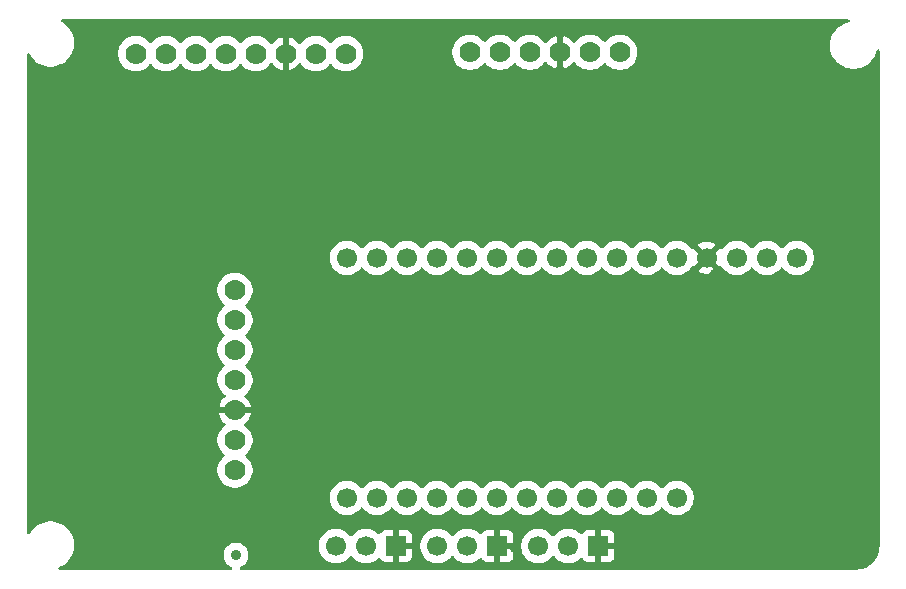
<source format=gbr>
%TF.GenerationSoftware,KiCad,Pcbnew,9.0.7*%
%TF.CreationDate,2026-02-04T13:12:14-08:00*%
%TF.ProjectId,BasicDatalogger,42617369-6344-4617-9461-6c6f67676572,rev?*%
%TF.SameCoordinates,Original*%
%TF.FileFunction,Copper,L2,Inr*%
%TF.FilePolarity,Positive*%
%FSLAX46Y46*%
G04 Gerber Fmt 4.6, Leading zero omitted, Abs format (unit mm)*
G04 Created by KiCad (PCBNEW 9.0.7) date 2026-02-04 13:12:14*
%MOMM*%
%LPD*%
G01*
G04 APERTURE LIST*
%TA.AperFunction,ComponentPad*%
%ADD10R,1.700000X1.700000*%
%TD*%
%TA.AperFunction,ComponentPad*%
%ADD11C,1.700000*%
%TD*%
%TA.AperFunction,ComponentPad*%
%ADD12C,1.778000*%
%TD*%
%TA.AperFunction,ViaPad*%
%ADD13C,0.900000*%
%TD*%
G04 APERTURE END LIST*
D10*
%TO.N,/GND*%
%TO.C,3*%
X105140000Y-74400000D03*
D11*
%TO.N,/PWR*%
X102600000Y-74400000D03*
%TO.N,/S1*%
X100060000Y-74400000D03*
%TD*%
D10*
%TO.N,/GND*%
%TO.C,2*%
X113740000Y-74400000D03*
D11*
%TO.N,/PWR*%
X111200000Y-74400000D03*
%TO.N,/S2*%
X108660000Y-74400000D03*
%TD*%
D10*
%TO.N,/GND*%
%TO.C,1*%
X122280000Y-74400000D03*
D11*
%TO.N,/PWR*%
X119740000Y-74400000D03*
%TO.N,/S3*%
X117200000Y-74400000D03*
%TD*%
%TO.N,unconnected-(U1-RESET-Pad1)*%
%TO.C,U1*%
X139080000Y-50000000D03*
%TO.N,/3V3*%
X136540000Y-50000000D03*
X134000000Y-50000000D03*
%TO.N,/GND*%
X131460000Y-50000000D03*
%TO.N,unconnected-(U1-A0{slash}GPIO26-Pad5)*%
X128920000Y-50000000D03*
%TO.N,unconnected-(U1-A1{slash}GPIO27-Pad6)*%
X126380000Y-50000000D03*
%TO.N,unconnected-(U1-A2{slash}GPIO28-Pad7)*%
X123840000Y-50000000D03*
%TO.N,unconnected-(U1-A3{slash}GPIO29-Pad8)*%
X121300000Y-50000000D03*
%TO.N,unconnected-(U1-D24{slash}GPIO24-Pad9)*%
X118760000Y-50000000D03*
%TO.N,unconnected-(U1-D25{slash}GPIO25-Pad10)*%
X116220000Y-50000000D03*
%TO.N,/SCK*%
X113680000Y-50000000D03*
%TO.N,/MOSI*%
X111140000Y-50000000D03*
%TO.N,/MISO*%
X108600000Y-50000000D03*
%TO.N,/CS*%
X106060000Y-50000000D03*
%TO.N,unconnected-(U1-TX{slash}GPIO0-Pad15)*%
X103520000Y-50000000D03*
%TO.N,unconnected-(U1-D4{slash}GPIO6-Pad16)*%
X100980000Y-50000000D03*
%TO.N,/SDA*%
X100980000Y-70320000D03*
%TO.N,/SCL*%
X103520000Y-70320000D03*
%TO.N,/S1*%
X106060000Y-70320000D03*
%TO.N,/S2*%
X108600000Y-70320000D03*
%TO.N,/S3*%
X111140000Y-70320000D03*
%TO.N,unconnected-(U1-D10{slash}GPIO10-Pad22)*%
X113680000Y-70320000D03*
%TO.N,unconnected-(U1-D11{slash}GPIO11-Pad23)*%
X116220000Y-70320000D03*
%TO.N,unconnected-(U1-D12{slash}GPIO12-Pad24)*%
X118760000Y-70320000D03*
%TO.N,unconnected-(U1-D13{slash}GPIO13-Pad25)*%
X121300000Y-70320000D03*
%TO.N,unconnected-(U1-Vbus-Pad26)*%
X123840000Y-70320000D03*
%TO.N,unconnected-(U1-ENABLE-Pad27)*%
X126380000Y-70320000D03*
%TO.N,unconnected-(U1-VBat-Pad28)*%
X128920000Y-70320000D03*
%TD*%
D12*
%TO.N,/3V3*%
%TO.C,U2*%
X100890000Y-32700000D03*
%TO.N,unconnected-(U2-3Vo-Pad2)*%
X98350000Y-32700000D03*
%TO.N,/GND*%
X95810000Y-32700000D03*
%TO.N,/SCL*%
X93270000Y-32700000D03*
%TO.N,unconnected-(U2-SDO-Pad5)*%
X90730000Y-32700000D03*
%TO.N,/SDA*%
X88190000Y-32700000D03*
%TO.N,unconnected-(U2-CS-Pad7)*%
X85650000Y-32700000D03*
%TO.N,unconnected-(U2-INT-Pad8)*%
X83110000Y-32700000D03*
%TD*%
%TO.N,/3V3*%
%TO.C,U4*%
X91513796Y-67972407D03*
%TO.N,unconnected-(U4-3V3-Pad2)*%
X91513796Y-65432407D03*
%TO.N,/GND*%
X91513796Y-62892407D03*
%TO.N,/SCK*%
X91513796Y-60352407D03*
%TO.N,/MISO*%
X91513796Y-57812407D03*
%TO.N,/MOSI*%
X91513796Y-55272407D03*
%TO.N,/CS*%
X91513796Y-52732407D03*
%TD*%
%TO.N,/3V3*%
%TO.C,U3*%
X124100000Y-32600000D03*
%TO.N,unconnected-(U3-3Vo-Pad2)*%
X121560000Y-32600000D03*
%TO.N,/GND*%
X119020000Y-32600000D03*
%TO.N,/SCL*%
X116480000Y-32600000D03*
%TO.N,/SDA*%
X113940000Y-32600000D03*
%TO.N,unconnected-(U3-INT2-Pad6)*%
X111400000Y-32600000D03*
%TD*%
D13*
%TO.N,/GND*%
X122200000Y-72400000D03*
X124400000Y-74400000D03*
X115200000Y-74600000D03*
X105800000Y-72600000D03*
X98200000Y-69200000D03*
%TO.N,/PWR*%
X91601578Y-75182415D03*
%TO.N,/GND*%
X89039052Y-75182415D03*
X95600000Y-38000000D03*
X98200000Y-34800000D03*
X111000000Y-35800000D03*
X132200000Y-51400000D03*
X132600000Y-48200000D03*
X109600000Y-63400000D03*
X100600000Y-63400000D03*
X119000000Y-31000000D03*
X80800000Y-34800000D03*
X109800000Y-57200000D03*
X126200000Y-60800000D03*
X132600000Y-53800000D03*
X93400000Y-61700000D03*
X80200000Y-54200000D03*
X97800000Y-53972407D03*
X79600000Y-75000000D03*
X97100000Y-49800000D03*
X88400000Y-38200000D03*
X123600000Y-42000000D03*
X89800000Y-62600000D03*
X84400000Y-68600000D03*
X119000000Y-34200000D03*
%TD*%
%TA.AperFunction,Conductor*%
%TO.N,/GND*%
G36*
X143504477Y-29820185D02*
G01*
X143550232Y-29872989D01*
X143560176Y-29942147D01*
X143531151Y-30005703D01*
X143472373Y-30043477D01*
X143469565Y-30044265D01*
X143339859Y-30079020D01*
X143255581Y-30101602D01*
X143255571Y-30101605D01*
X143013309Y-30201953D01*
X143013299Y-30201958D01*
X142786196Y-30333075D01*
X142578148Y-30492718D01*
X142392718Y-30678148D01*
X142233075Y-30886196D01*
X142101958Y-31113299D01*
X142101953Y-31113309D01*
X142001605Y-31355571D01*
X142001602Y-31355581D01*
X141972586Y-31463873D01*
X141933730Y-31608885D01*
X141899500Y-31868872D01*
X141899500Y-32131127D01*
X141921721Y-32299901D01*
X141933730Y-32391116D01*
X141998831Y-32634076D01*
X142001602Y-32644418D01*
X142001605Y-32644428D01*
X142101953Y-32886690D01*
X142101958Y-32886700D01*
X142233075Y-33113803D01*
X142392718Y-33321851D01*
X142392726Y-33321860D01*
X142578140Y-33507274D01*
X142578148Y-33507281D01*
X142578149Y-33507282D01*
X142619053Y-33538669D01*
X142786196Y-33666924D01*
X143013299Y-33798041D01*
X143013309Y-33798046D01*
X143196522Y-33873935D01*
X143255581Y-33898398D01*
X143508884Y-33966270D01*
X143768880Y-34000500D01*
X143768887Y-34000500D01*
X144031113Y-34000500D01*
X144031120Y-34000500D01*
X144291116Y-33966270D01*
X144544419Y-33898398D01*
X144721340Y-33825114D01*
X144786690Y-33798046D01*
X144786691Y-33798045D01*
X144786697Y-33798043D01*
X145013803Y-33666924D01*
X145221851Y-33507282D01*
X145221855Y-33507277D01*
X145221860Y-33507274D01*
X145407274Y-33321860D01*
X145407277Y-33321855D01*
X145407282Y-33321851D01*
X145566924Y-33113803D01*
X145698043Y-32886697D01*
X145798398Y-32644419D01*
X145855725Y-32430467D01*
X145892090Y-32370808D01*
X145954937Y-32340279D01*
X146024312Y-32348574D01*
X146078190Y-32393059D01*
X146099465Y-32459611D01*
X146099500Y-32462562D01*
X146099500Y-74395933D01*
X146099235Y-74404043D01*
X146082925Y-74652883D01*
X146080807Y-74668964D01*
X146032954Y-74909535D01*
X146028756Y-74925202D01*
X145949909Y-75157479D01*
X145943702Y-75172465D01*
X145835212Y-75392460D01*
X145827102Y-75406507D01*
X145690825Y-75610460D01*
X145680951Y-75623328D01*
X145519218Y-75807749D01*
X145507749Y-75819218D01*
X145323328Y-75980951D01*
X145310460Y-75990825D01*
X145106507Y-76127102D01*
X145092460Y-76135212D01*
X144872465Y-76243702D01*
X144857479Y-76249909D01*
X144625202Y-76328756D01*
X144609535Y-76332954D01*
X144368964Y-76380807D01*
X144352883Y-76382925D01*
X144104043Y-76399235D01*
X144095933Y-76399500D01*
X92031754Y-76399500D01*
X91964715Y-76379815D01*
X91918960Y-76327011D01*
X91909016Y-76257853D01*
X91938041Y-76194297D01*
X91984301Y-76160939D01*
X92099176Y-76113356D01*
X92271233Y-75998392D01*
X92417555Y-75852070D01*
X92532519Y-75680013D01*
X92611708Y-75488835D01*
X92652078Y-75285880D01*
X92652078Y-75078950D01*
X92611708Y-74875995D01*
X92532519Y-74684817D01*
X92417555Y-74512760D01*
X92417553Y-74512757D01*
X92271235Y-74366439D01*
X92150604Y-74285837D01*
X98609500Y-74285837D01*
X98609500Y-74514162D01*
X98645215Y-74739660D01*
X98715770Y-74956803D01*
X98818020Y-75157479D01*
X98819421Y-75160228D01*
X98953621Y-75344937D01*
X99115063Y-75506379D01*
X99299772Y-75640579D01*
X99377162Y-75680011D01*
X99503196Y-75744229D01*
X99503198Y-75744229D01*
X99503201Y-75744231D01*
X99564253Y-75764068D01*
X99720339Y-75814784D01*
X99945838Y-75850500D01*
X99945843Y-75850500D01*
X100174162Y-75850500D01*
X100399660Y-75814784D01*
X100421311Y-75807749D01*
X100616799Y-75744231D01*
X100820228Y-75640579D01*
X101004937Y-75506379D01*
X101166379Y-75344937D01*
X101229682Y-75257807D01*
X101285012Y-75215143D01*
X101354626Y-75209164D01*
X101416421Y-75241770D01*
X101430315Y-75257804D01*
X101493621Y-75344937D01*
X101655063Y-75506379D01*
X101839772Y-75640579D01*
X101917162Y-75680011D01*
X102043196Y-75744229D01*
X102043198Y-75744229D01*
X102043201Y-75744231D01*
X102104253Y-75764068D01*
X102260339Y-75814784D01*
X102485838Y-75850500D01*
X102485843Y-75850500D01*
X102714162Y-75850500D01*
X102939660Y-75814784D01*
X102961311Y-75807749D01*
X103156799Y-75744231D01*
X103360228Y-75640579D01*
X103544937Y-75506379D01*
X103632135Y-75419180D01*
X103693454Y-75385698D01*
X103763146Y-75390682D01*
X103819080Y-75432553D01*
X103835995Y-75463531D01*
X103846645Y-75492086D01*
X103846649Y-75492093D01*
X103932809Y-75607187D01*
X103932812Y-75607190D01*
X104047906Y-75693350D01*
X104047913Y-75693354D01*
X104182620Y-75743596D01*
X104182627Y-75743598D01*
X104242155Y-75749999D01*
X104242172Y-75750000D01*
X104890000Y-75750000D01*
X104890000Y-74833012D01*
X104947007Y-74865925D01*
X105074174Y-74900000D01*
X105205826Y-74900000D01*
X105332993Y-74865925D01*
X105390000Y-74833012D01*
X105390000Y-75750000D01*
X106037828Y-75750000D01*
X106037844Y-75749999D01*
X106097372Y-75743598D01*
X106097379Y-75743596D01*
X106232086Y-75693354D01*
X106232093Y-75693350D01*
X106347187Y-75607190D01*
X106347190Y-75607187D01*
X106433350Y-75492093D01*
X106433354Y-75492086D01*
X106483596Y-75357379D01*
X106483598Y-75357372D01*
X106489999Y-75297844D01*
X106490000Y-75297827D01*
X106490000Y-74650000D01*
X105573012Y-74650000D01*
X105605925Y-74592993D01*
X105640000Y-74465826D01*
X105640000Y-74334174D01*
X105627048Y-74285837D01*
X107209500Y-74285837D01*
X107209500Y-74514162D01*
X107245215Y-74739660D01*
X107315770Y-74956803D01*
X107418020Y-75157479D01*
X107419421Y-75160228D01*
X107553621Y-75344937D01*
X107715063Y-75506379D01*
X107899772Y-75640579D01*
X107977162Y-75680011D01*
X108103196Y-75744229D01*
X108103198Y-75744229D01*
X108103201Y-75744231D01*
X108164253Y-75764068D01*
X108320339Y-75814784D01*
X108545838Y-75850500D01*
X108545843Y-75850500D01*
X108774162Y-75850500D01*
X108999660Y-75814784D01*
X109021311Y-75807749D01*
X109216799Y-75744231D01*
X109420228Y-75640579D01*
X109604937Y-75506379D01*
X109766379Y-75344937D01*
X109829682Y-75257807D01*
X109885012Y-75215143D01*
X109954626Y-75209164D01*
X110016421Y-75241770D01*
X110030315Y-75257804D01*
X110093621Y-75344937D01*
X110255063Y-75506379D01*
X110439772Y-75640579D01*
X110517162Y-75680011D01*
X110643196Y-75744229D01*
X110643198Y-75744229D01*
X110643201Y-75744231D01*
X110704253Y-75764068D01*
X110860339Y-75814784D01*
X111085838Y-75850500D01*
X111085843Y-75850500D01*
X111314162Y-75850500D01*
X111539660Y-75814784D01*
X111561311Y-75807749D01*
X111756799Y-75744231D01*
X111960228Y-75640579D01*
X112144937Y-75506379D01*
X112232135Y-75419180D01*
X112293454Y-75385698D01*
X112363146Y-75390682D01*
X112419080Y-75432553D01*
X112435995Y-75463531D01*
X112446645Y-75492086D01*
X112446649Y-75492093D01*
X112532809Y-75607187D01*
X112532812Y-75607190D01*
X112647906Y-75693350D01*
X112647913Y-75693354D01*
X112782620Y-75743596D01*
X112782627Y-75743598D01*
X112842155Y-75749999D01*
X112842172Y-75750000D01*
X113490000Y-75750000D01*
X113490000Y-74833012D01*
X113547007Y-74865925D01*
X113674174Y-74900000D01*
X113805826Y-74900000D01*
X113932993Y-74865925D01*
X113990000Y-74833012D01*
X113990000Y-75750000D01*
X114637828Y-75750000D01*
X114637844Y-75749999D01*
X114697372Y-75743598D01*
X114697379Y-75743596D01*
X114832086Y-75693354D01*
X114832093Y-75693350D01*
X114947187Y-75607190D01*
X114947190Y-75607187D01*
X115033350Y-75492093D01*
X115033354Y-75492086D01*
X115083596Y-75357379D01*
X115083598Y-75357372D01*
X115089999Y-75297844D01*
X115090000Y-75297827D01*
X115090000Y-74650000D01*
X114173012Y-74650000D01*
X114205925Y-74592993D01*
X114240000Y-74465826D01*
X114240000Y-74334174D01*
X114227048Y-74285837D01*
X115749500Y-74285837D01*
X115749500Y-74514162D01*
X115785215Y-74739660D01*
X115855770Y-74956803D01*
X115958020Y-75157479D01*
X115959421Y-75160228D01*
X116093621Y-75344937D01*
X116255063Y-75506379D01*
X116439772Y-75640579D01*
X116517162Y-75680011D01*
X116643196Y-75744229D01*
X116643198Y-75744229D01*
X116643201Y-75744231D01*
X116704253Y-75764068D01*
X116860339Y-75814784D01*
X117085838Y-75850500D01*
X117085843Y-75850500D01*
X117314162Y-75850500D01*
X117539660Y-75814784D01*
X117561311Y-75807749D01*
X117756799Y-75744231D01*
X117960228Y-75640579D01*
X118144937Y-75506379D01*
X118306379Y-75344937D01*
X118369682Y-75257807D01*
X118425012Y-75215143D01*
X118494626Y-75209164D01*
X118556421Y-75241770D01*
X118570315Y-75257804D01*
X118633621Y-75344937D01*
X118795063Y-75506379D01*
X118979772Y-75640579D01*
X119057162Y-75680011D01*
X119183196Y-75744229D01*
X119183198Y-75744229D01*
X119183201Y-75744231D01*
X119244253Y-75764068D01*
X119400339Y-75814784D01*
X119625838Y-75850500D01*
X119625843Y-75850500D01*
X119854162Y-75850500D01*
X120079660Y-75814784D01*
X120101311Y-75807749D01*
X120296799Y-75744231D01*
X120500228Y-75640579D01*
X120684937Y-75506379D01*
X120772135Y-75419180D01*
X120833454Y-75385698D01*
X120903146Y-75390682D01*
X120959080Y-75432553D01*
X120975995Y-75463531D01*
X120986645Y-75492086D01*
X120986649Y-75492093D01*
X121072809Y-75607187D01*
X121072812Y-75607190D01*
X121187906Y-75693350D01*
X121187913Y-75693354D01*
X121322620Y-75743596D01*
X121322627Y-75743598D01*
X121382155Y-75749999D01*
X121382172Y-75750000D01*
X122030000Y-75750000D01*
X122030000Y-74833012D01*
X122087007Y-74865925D01*
X122214174Y-74900000D01*
X122345826Y-74900000D01*
X122472993Y-74865925D01*
X122530000Y-74833012D01*
X122530000Y-75750000D01*
X123177828Y-75750000D01*
X123177844Y-75749999D01*
X123237372Y-75743598D01*
X123237379Y-75743596D01*
X123372086Y-75693354D01*
X123372093Y-75693350D01*
X123487187Y-75607190D01*
X123487190Y-75607187D01*
X123573350Y-75492093D01*
X123573354Y-75492086D01*
X123623596Y-75357379D01*
X123623598Y-75357372D01*
X123629999Y-75297844D01*
X123630000Y-75297827D01*
X123630000Y-74650000D01*
X122713012Y-74650000D01*
X122745925Y-74592993D01*
X122780000Y-74465826D01*
X122780000Y-74334174D01*
X122745925Y-74207007D01*
X122713012Y-74150000D01*
X123630000Y-74150000D01*
X123630000Y-73502172D01*
X123629999Y-73502155D01*
X123623598Y-73442627D01*
X123623596Y-73442620D01*
X123573354Y-73307913D01*
X123573350Y-73307906D01*
X123487190Y-73192812D01*
X123487187Y-73192809D01*
X123372093Y-73106649D01*
X123372086Y-73106645D01*
X123237379Y-73056403D01*
X123237372Y-73056401D01*
X123177844Y-73050000D01*
X122530000Y-73050000D01*
X122530000Y-73966988D01*
X122472993Y-73934075D01*
X122345826Y-73900000D01*
X122214174Y-73900000D01*
X122087007Y-73934075D01*
X122030000Y-73966988D01*
X122030000Y-73050000D01*
X121382155Y-73050000D01*
X121322627Y-73056401D01*
X121322620Y-73056403D01*
X121187913Y-73106645D01*
X121187906Y-73106649D01*
X121072812Y-73192809D01*
X121072809Y-73192812D01*
X120986649Y-73307906D01*
X120986643Y-73307918D01*
X120975994Y-73336469D01*
X120934123Y-73392403D01*
X120868658Y-73416819D01*
X120800385Y-73401967D01*
X120772132Y-73380816D01*
X120684938Y-73293622D01*
X120500228Y-73159421D01*
X120296803Y-73055770D01*
X120079660Y-72985215D01*
X119854162Y-72949500D01*
X119854157Y-72949500D01*
X119625843Y-72949500D01*
X119625838Y-72949500D01*
X119400339Y-72985215D01*
X119183196Y-73055770D01*
X118979771Y-73159421D01*
X118795061Y-73293622D01*
X118633623Y-73455060D01*
X118633616Y-73455069D01*
X118570317Y-73542191D01*
X118514987Y-73584857D01*
X118445373Y-73590835D01*
X118383579Y-73558228D01*
X118369683Y-73542191D01*
X118306383Y-73455069D01*
X118306379Y-73455063D01*
X118144937Y-73293621D01*
X117960228Y-73159421D01*
X117756803Y-73055770D01*
X117539660Y-72985215D01*
X117314162Y-72949500D01*
X117314157Y-72949500D01*
X117085843Y-72949500D01*
X117085838Y-72949500D01*
X116860339Y-72985215D01*
X116643196Y-73055770D01*
X116439771Y-73159421D01*
X116255061Y-73293622D01*
X116093622Y-73455061D01*
X115959421Y-73639771D01*
X115855770Y-73843196D01*
X115785215Y-74060339D01*
X115749500Y-74285837D01*
X114227048Y-74285837D01*
X114205925Y-74207007D01*
X114173012Y-74150000D01*
X115090000Y-74150000D01*
X115090000Y-73502172D01*
X115089999Y-73502155D01*
X115083598Y-73442627D01*
X115083596Y-73442620D01*
X115033354Y-73307913D01*
X115033350Y-73307906D01*
X114947190Y-73192812D01*
X114947187Y-73192809D01*
X114832093Y-73106649D01*
X114832086Y-73106645D01*
X114697379Y-73056403D01*
X114697372Y-73056401D01*
X114637844Y-73050000D01*
X113990000Y-73050000D01*
X113990000Y-73966988D01*
X113932993Y-73934075D01*
X113805826Y-73900000D01*
X113674174Y-73900000D01*
X113547007Y-73934075D01*
X113490000Y-73966988D01*
X113490000Y-73050000D01*
X112842155Y-73050000D01*
X112782627Y-73056401D01*
X112782620Y-73056403D01*
X112647913Y-73106645D01*
X112647906Y-73106649D01*
X112532812Y-73192809D01*
X112532809Y-73192812D01*
X112446649Y-73307906D01*
X112446643Y-73307918D01*
X112435994Y-73336469D01*
X112394123Y-73392403D01*
X112328658Y-73416819D01*
X112260385Y-73401967D01*
X112232132Y-73380816D01*
X112144938Y-73293622D01*
X111960228Y-73159421D01*
X111756803Y-73055770D01*
X111539660Y-72985215D01*
X111314162Y-72949500D01*
X111314157Y-72949500D01*
X111085843Y-72949500D01*
X111085838Y-72949500D01*
X110860339Y-72985215D01*
X110643196Y-73055770D01*
X110439771Y-73159421D01*
X110255061Y-73293622D01*
X110093623Y-73455060D01*
X110093616Y-73455069D01*
X110030317Y-73542191D01*
X109974987Y-73584857D01*
X109905373Y-73590835D01*
X109843579Y-73558228D01*
X109829683Y-73542191D01*
X109766383Y-73455069D01*
X109766379Y-73455063D01*
X109604937Y-73293621D01*
X109420228Y-73159421D01*
X109216803Y-73055770D01*
X108999660Y-72985215D01*
X108774162Y-72949500D01*
X108774157Y-72949500D01*
X108545843Y-72949500D01*
X108545838Y-72949500D01*
X108320339Y-72985215D01*
X108103196Y-73055770D01*
X107899771Y-73159421D01*
X107715061Y-73293622D01*
X107553622Y-73455061D01*
X107419421Y-73639771D01*
X107315770Y-73843196D01*
X107245215Y-74060339D01*
X107209500Y-74285837D01*
X105627048Y-74285837D01*
X105605925Y-74207007D01*
X105573012Y-74150000D01*
X106490000Y-74150000D01*
X106490000Y-73502172D01*
X106489999Y-73502155D01*
X106483598Y-73442627D01*
X106483596Y-73442620D01*
X106433354Y-73307913D01*
X106433350Y-73307906D01*
X106347190Y-73192812D01*
X106347187Y-73192809D01*
X106232093Y-73106649D01*
X106232086Y-73106645D01*
X106097379Y-73056403D01*
X106097372Y-73056401D01*
X106037844Y-73050000D01*
X105390000Y-73050000D01*
X105390000Y-73966988D01*
X105332993Y-73934075D01*
X105205826Y-73900000D01*
X105074174Y-73900000D01*
X104947007Y-73934075D01*
X104890000Y-73966988D01*
X104890000Y-73050000D01*
X104242155Y-73050000D01*
X104182627Y-73056401D01*
X104182620Y-73056403D01*
X104047913Y-73106645D01*
X104047906Y-73106649D01*
X103932812Y-73192809D01*
X103932809Y-73192812D01*
X103846649Y-73307906D01*
X103846643Y-73307918D01*
X103835994Y-73336469D01*
X103794123Y-73392403D01*
X103728658Y-73416819D01*
X103660385Y-73401967D01*
X103632132Y-73380816D01*
X103544938Y-73293622D01*
X103360228Y-73159421D01*
X103156803Y-73055770D01*
X102939660Y-72985215D01*
X102714162Y-72949500D01*
X102714157Y-72949500D01*
X102485843Y-72949500D01*
X102485838Y-72949500D01*
X102260339Y-72985215D01*
X102043196Y-73055770D01*
X101839771Y-73159421D01*
X101655061Y-73293622D01*
X101493623Y-73455060D01*
X101493616Y-73455069D01*
X101430317Y-73542191D01*
X101374987Y-73584857D01*
X101305373Y-73590835D01*
X101243579Y-73558228D01*
X101229683Y-73542191D01*
X101166383Y-73455069D01*
X101166379Y-73455063D01*
X101004937Y-73293621D01*
X100820228Y-73159421D01*
X100616803Y-73055770D01*
X100399660Y-72985215D01*
X100174162Y-72949500D01*
X100174157Y-72949500D01*
X99945843Y-72949500D01*
X99945838Y-72949500D01*
X99720339Y-72985215D01*
X99503196Y-73055770D01*
X99299771Y-73159421D01*
X99115061Y-73293622D01*
X98953622Y-73455061D01*
X98819421Y-73639771D01*
X98715770Y-73843196D01*
X98645215Y-74060339D01*
X98609500Y-74285837D01*
X92150604Y-74285837D01*
X92099176Y-74251474D01*
X91907998Y-74172285D01*
X91907990Y-74172283D01*
X91705047Y-74131915D01*
X91705043Y-74131915D01*
X91498113Y-74131915D01*
X91498108Y-74131915D01*
X91295165Y-74172283D01*
X91295157Y-74172285D01*
X91103981Y-74251473D01*
X90931920Y-74366439D01*
X90785602Y-74512757D01*
X90670636Y-74684818D01*
X90591448Y-74875994D01*
X90591446Y-74876002D01*
X90551078Y-75078945D01*
X90551078Y-75285884D01*
X90591446Y-75488827D01*
X90591448Y-75488835D01*
X90640472Y-75607190D01*
X90670637Y-75680013D01*
X90726800Y-75764068D01*
X90785602Y-75852072D01*
X90931920Y-75998390D01*
X90931923Y-75998392D01*
X91103980Y-76113356D01*
X91156745Y-76135212D01*
X91218855Y-76160939D01*
X91273258Y-76204780D01*
X91295323Y-76271074D01*
X91278044Y-76338774D01*
X91226907Y-76386384D01*
X91171402Y-76399500D01*
X76697275Y-76399500D01*
X76630236Y-76379815D01*
X76584481Y-76327011D01*
X76574537Y-76257853D01*
X76603562Y-76194297D01*
X76649822Y-76160939D01*
X76775592Y-76108843D01*
X76775593Y-76108842D01*
X76775599Y-76108840D01*
X77002705Y-75977721D01*
X77210753Y-75818079D01*
X77210757Y-75818074D01*
X77210762Y-75818071D01*
X77396176Y-75632657D01*
X77396179Y-75632652D01*
X77396184Y-75632648D01*
X77555826Y-75424600D01*
X77686945Y-75197494D01*
X77787300Y-74955216D01*
X77855172Y-74701913D01*
X77889402Y-74441917D01*
X77889402Y-74179677D01*
X77855172Y-73919681D01*
X77787300Y-73666378D01*
X77787296Y-73666368D01*
X77686948Y-73424106D01*
X77686943Y-73424096D01*
X77555826Y-73196993D01*
X77396183Y-72988945D01*
X77396176Y-72988937D01*
X77210762Y-72803523D01*
X77210753Y-72803515D01*
X77002705Y-72643872D01*
X76775602Y-72512755D01*
X76775592Y-72512750D01*
X76533330Y-72412402D01*
X76533323Y-72412400D01*
X76533321Y-72412399D01*
X76280018Y-72344527D01*
X76222241Y-72336920D01*
X76020029Y-72310297D01*
X76020022Y-72310297D01*
X75757782Y-72310297D01*
X75757774Y-72310297D01*
X75526674Y-72340723D01*
X75497786Y-72344527D01*
X75244483Y-72412399D01*
X75244473Y-72412402D01*
X75002211Y-72512750D01*
X75002201Y-72512755D01*
X74775098Y-72643872D01*
X74567050Y-72803515D01*
X74381620Y-72988945D01*
X74221977Y-73196993D01*
X74131887Y-73353036D01*
X74081320Y-73401252D01*
X74012713Y-73414475D01*
X73947848Y-73388507D01*
X73907320Y-73331593D01*
X73900500Y-73291036D01*
X73900500Y-70205837D01*
X99529500Y-70205837D01*
X99529500Y-70434162D01*
X99565215Y-70659660D01*
X99635770Y-70876803D01*
X99739421Y-71080228D01*
X99873621Y-71264937D01*
X100035063Y-71426379D01*
X100219772Y-71560579D01*
X100315884Y-71609550D01*
X100423196Y-71664229D01*
X100423198Y-71664229D01*
X100423201Y-71664231D01*
X100539592Y-71702049D01*
X100640339Y-71734784D01*
X100865838Y-71770500D01*
X100865843Y-71770500D01*
X101094162Y-71770500D01*
X101319660Y-71734784D01*
X101536799Y-71664231D01*
X101740228Y-71560579D01*
X101924937Y-71426379D01*
X102086379Y-71264937D01*
X102149682Y-71177807D01*
X102205012Y-71135143D01*
X102274626Y-71129164D01*
X102336421Y-71161770D01*
X102350315Y-71177804D01*
X102413621Y-71264937D01*
X102575063Y-71426379D01*
X102759772Y-71560579D01*
X102855884Y-71609550D01*
X102963196Y-71664229D01*
X102963198Y-71664229D01*
X102963201Y-71664231D01*
X103079592Y-71702049D01*
X103180339Y-71734784D01*
X103405838Y-71770500D01*
X103405843Y-71770500D01*
X103634162Y-71770500D01*
X103859660Y-71734784D01*
X104076799Y-71664231D01*
X104280228Y-71560579D01*
X104464937Y-71426379D01*
X104626379Y-71264937D01*
X104689682Y-71177807D01*
X104745012Y-71135143D01*
X104814626Y-71129164D01*
X104876421Y-71161770D01*
X104890315Y-71177804D01*
X104953621Y-71264937D01*
X105115063Y-71426379D01*
X105299772Y-71560579D01*
X105395884Y-71609550D01*
X105503196Y-71664229D01*
X105503198Y-71664229D01*
X105503201Y-71664231D01*
X105619592Y-71702049D01*
X105720339Y-71734784D01*
X105945838Y-71770500D01*
X105945843Y-71770500D01*
X106174162Y-71770500D01*
X106399660Y-71734784D01*
X106616799Y-71664231D01*
X106820228Y-71560579D01*
X107004937Y-71426379D01*
X107166379Y-71264937D01*
X107229682Y-71177807D01*
X107285012Y-71135143D01*
X107354626Y-71129164D01*
X107416421Y-71161770D01*
X107430315Y-71177804D01*
X107493621Y-71264937D01*
X107655063Y-71426379D01*
X107839772Y-71560579D01*
X107935884Y-71609550D01*
X108043196Y-71664229D01*
X108043198Y-71664229D01*
X108043201Y-71664231D01*
X108159592Y-71702049D01*
X108260339Y-71734784D01*
X108485838Y-71770500D01*
X108485843Y-71770500D01*
X108714162Y-71770500D01*
X108939660Y-71734784D01*
X109156799Y-71664231D01*
X109360228Y-71560579D01*
X109544937Y-71426379D01*
X109706379Y-71264937D01*
X109769682Y-71177807D01*
X109825012Y-71135143D01*
X109894626Y-71129164D01*
X109956421Y-71161770D01*
X109970315Y-71177804D01*
X110033621Y-71264937D01*
X110195063Y-71426379D01*
X110379772Y-71560579D01*
X110475884Y-71609550D01*
X110583196Y-71664229D01*
X110583198Y-71664229D01*
X110583201Y-71664231D01*
X110699592Y-71702049D01*
X110800339Y-71734784D01*
X111025838Y-71770500D01*
X111025843Y-71770500D01*
X111254162Y-71770500D01*
X111479660Y-71734784D01*
X111696799Y-71664231D01*
X111900228Y-71560579D01*
X112084937Y-71426379D01*
X112246379Y-71264937D01*
X112309682Y-71177807D01*
X112365012Y-71135143D01*
X112434626Y-71129164D01*
X112496421Y-71161770D01*
X112510315Y-71177804D01*
X112573621Y-71264937D01*
X112735063Y-71426379D01*
X112919772Y-71560579D01*
X113015884Y-71609550D01*
X113123196Y-71664229D01*
X113123198Y-71664229D01*
X113123201Y-71664231D01*
X113239592Y-71702049D01*
X113340339Y-71734784D01*
X113565838Y-71770500D01*
X113565843Y-71770500D01*
X113794162Y-71770500D01*
X114019660Y-71734784D01*
X114236799Y-71664231D01*
X114440228Y-71560579D01*
X114624937Y-71426379D01*
X114786379Y-71264937D01*
X114849682Y-71177807D01*
X114905012Y-71135143D01*
X114974626Y-71129164D01*
X115036421Y-71161770D01*
X115050315Y-71177804D01*
X115113621Y-71264937D01*
X115275063Y-71426379D01*
X115459772Y-71560579D01*
X115555884Y-71609550D01*
X115663196Y-71664229D01*
X115663198Y-71664229D01*
X115663201Y-71664231D01*
X115779592Y-71702049D01*
X115880339Y-71734784D01*
X116105838Y-71770500D01*
X116105843Y-71770500D01*
X116334162Y-71770500D01*
X116559660Y-71734784D01*
X116776799Y-71664231D01*
X116980228Y-71560579D01*
X117164937Y-71426379D01*
X117326379Y-71264937D01*
X117389682Y-71177807D01*
X117445012Y-71135143D01*
X117514626Y-71129164D01*
X117576421Y-71161770D01*
X117590315Y-71177804D01*
X117653621Y-71264937D01*
X117815063Y-71426379D01*
X117999772Y-71560579D01*
X118095884Y-71609550D01*
X118203196Y-71664229D01*
X118203198Y-71664229D01*
X118203201Y-71664231D01*
X118319592Y-71702049D01*
X118420339Y-71734784D01*
X118645838Y-71770500D01*
X118645843Y-71770500D01*
X118874162Y-71770500D01*
X119099660Y-71734784D01*
X119316799Y-71664231D01*
X119520228Y-71560579D01*
X119704937Y-71426379D01*
X119866379Y-71264937D01*
X119929682Y-71177807D01*
X119985012Y-71135143D01*
X120054626Y-71129164D01*
X120116421Y-71161770D01*
X120130315Y-71177804D01*
X120193621Y-71264937D01*
X120355063Y-71426379D01*
X120539772Y-71560579D01*
X120635884Y-71609550D01*
X120743196Y-71664229D01*
X120743198Y-71664229D01*
X120743201Y-71664231D01*
X120859592Y-71702049D01*
X120960339Y-71734784D01*
X121185838Y-71770500D01*
X121185843Y-71770500D01*
X121414162Y-71770500D01*
X121639660Y-71734784D01*
X121856799Y-71664231D01*
X122060228Y-71560579D01*
X122244937Y-71426379D01*
X122406379Y-71264937D01*
X122469682Y-71177807D01*
X122525012Y-71135143D01*
X122594626Y-71129164D01*
X122656421Y-71161770D01*
X122670315Y-71177804D01*
X122733621Y-71264937D01*
X122895063Y-71426379D01*
X123079772Y-71560579D01*
X123175884Y-71609550D01*
X123283196Y-71664229D01*
X123283198Y-71664229D01*
X123283201Y-71664231D01*
X123399592Y-71702049D01*
X123500339Y-71734784D01*
X123725838Y-71770500D01*
X123725843Y-71770500D01*
X123954162Y-71770500D01*
X124179660Y-71734784D01*
X124396799Y-71664231D01*
X124600228Y-71560579D01*
X124784937Y-71426379D01*
X124946379Y-71264937D01*
X125009682Y-71177807D01*
X125065012Y-71135143D01*
X125134626Y-71129164D01*
X125196421Y-71161770D01*
X125210315Y-71177804D01*
X125273621Y-71264937D01*
X125435063Y-71426379D01*
X125619772Y-71560579D01*
X125715884Y-71609550D01*
X125823196Y-71664229D01*
X125823198Y-71664229D01*
X125823201Y-71664231D01*
X125939592Y-71702049D01*
X126040339Y-71734784D01*
X126265838Y-71770500D01*
X126265843Y-71770500D01*
X126494162Y-71770500D01*
X126719660Y-71734784D01*
X126936799Y-71664231D01*
X127140228Y-71560579D01*
X127324937Y-71426379D01*
X127486379Y-71264937D01*
X127549682Y-71177807D01*
X127605012Y-71135143D01*
X127674626Y-71129164D01*
X127736421Y-71161770D01*
X127750315Y-71177804D01*
X127813621Y-71264937D01*
X127975063Y-71426379D01*
X128159772Y-71560579D01*
X128255884Y-71609550D01*
X128363196Y-71664229D01*
X128363198Y-71664229D01*
X128363201Y-71664231D01*
X128479592Y-71702049D01*
X128580339Y-71734784D01*
X128805838Y-71770500D01*
X128805843Y-71770500D01*
X129034162Y-71770500D01*
X129259660Y-71734784D01*
X129476799Y-71664231D01*
X129680228Y-71560579D01*
X129864937Y-71426379D01*
X130026379Y-71264937D01*
X130160579Y-71080228D01*
X130264231Y-70876799D01*
X130334784Y-70659660D01*
X130370500Y-70434162D01*
X130370500Y-70205837D01*
X130334784Y-69980339D01*
X130264229Y-69763196D01*
X130160578Y-69559771D01*
X130125024Y-69510835D01*
X130026379Y-69375063D01*
X129864937Y-69213621D01*
X129680228Y-69079421D01*
X129476803Y-68975770D01*
X129259660Y-68905215D01*
X129034162Y-68869500D01*
X129034157Y-68869500D01*
X128805843Y-68869500D01*
X128805838Y-68869500D01*
X128580339Y-68905215D01*
X128363196Y-68975770D01*
X128159771Y-69079421D01*
X127975061Y-69213622D01*
X127813623Y-69375060D01*
X127813616Y-69375069D01*
X127750317Y-69462191D01*
X127694987Y-69504857D01*
X127625373Y-69510835D01*
X127563579Y-69478228D01*
X127549683Y-69462191D01*
X127486383Y-69375069D01*
X127486379Y-69375063D01*
X127324937Y-69213621D01*
X127140228Y-69079421D01*
X126936803Y-68975770D01*
X126719660Y-68905215D01*
X126494162Y-68869500D01*
X126494157Y-68869500D01*
X126265843Y-68869500D01*
X126265838Y-68869500D01*
X126040339Y-68905215D01*
X125823196Y-68975770D01*
X125619771Y-69079421D01*
X125435061Y-69213622D01*
X125273623Y-69375060D01*
X125273616Y-69375069D01*
X125210317Y-69462191D01*
X125154987Y-69504857D01*
X125085373Y-69510835D01*
X125023579Y-69478228D01*
X125009683Y-69462191D01*
X124946383Y-69375069D01*
X124946379Y-69375063D01*
X124784937Y-69213621D01*
X124600228Y-69079421D01*
X124396803Y-68975770D01*
X124179660Y-68905215D01*
X123954162Y-68869500D01*
X123954157Y-68869500D01*
X123725843Y-68869500D01*
X123725838Y-68869500D01*
X123500339Y-68905215D01*
X123283196Y-68975770D01*
X123079771Y-69079421D01*
X122895061Y-69213622D01*
X122733623Y-69375060D01*
X122733616Y-69375069D01*
X122670317Y-69462191D01*
X122614987Y-69504857D01*
X122545373Y-69510835D01*
X122483579Y-69478228D01*
X122469683Y-69462191D01*
X122406383Y-69375069D01*
X122406379Y-69375063D01*
X122244937Y-69213621D01*
X122060228Y-69079421D01*
X121856803Y-68975770D01*
X121639660Y-68905215D01*
X121414162Y-68869500D01*
X121414157Y-68869500D01*
X121185843Y-68869500D01*
X121185838Y-68869500D01*
X120960339Y-68905215D01*
X120743196Y-68975770D01*
X120539771Y-69079421D01*
X120355061Y-69213622D01*
X120193623Y-69375060D01*
X120193616Y-69375069D01*
X120130317Y-69462191D01*
X120074987Y-69504857D01*
X120005373Y-69510835D01*
X119943579Y-69478228D01*
X119929683Y-69462191D01*
X119866383Y-69375069D01*
X119866379Y-69375063D01*
X119704937Y-69213621D01*
X119520228Y-69079421D01*
X119316803Y-68975770D01*
X119099660Y-68905215D01*
X118874162Y-68869500D01*
X118874157Y-68869500D01*
X118645843Y-68869500D01*
X118645838Y-68869500D01*
X118420339Y-68905215D01*
X118203196Y-68975770D01*
X117999771Y-69079421D01*
X117815061Y-69213622D01*
X117653623Y-69375060D01*
X117653616Y-69375069D01*
X117590317Y-69462191D01*
X117534987Y-69504857D01*
X117465373Y-69510835D01*
X117403579Y-69478228D01*
X117389683Y-69462191D01*
X117326383Y-69375069D01*
X117326379Y-69375063D01*
X117164937Y-69213621D01*
X116980228Y-69079421D01*
X116776803Y-68975770D01*
X116559660Y-68905215D01*
X116334162Y-68869500D01*
X116334157Y-68869500D01*
X116105843Y-68869500D01*
X116105838Y-68869500D01*
X115880339Y-68905215D01*
X115663196Y-68975770D01*
X115459771Y-69079421D01*
X115275061Y-69213622D01*
X115113623Y-69375060D01*
X115113616Y-69375069D01*
X115050317Y-69462191D01*
X114994987Y-69504857D01*
X114925373Y-69510835D01*
X114863579Y-69478228D01*
X114849683Y-69462191D01*
X114786383Y-69375069D01*
X114786379Y-69375063D01*
X114624937Y-69213621D01*
X114440228Y-69079421D01*
X114236803Y-68975770D01*
X114019660Y-68905215D01*
X113794162Y-68869500D01*
X113794157Y-68869500D01*
X113565843Y-68869500D01*
X113565838Y-68869500D01*
X113340339Y-68905215D01*
X113123196Y-68975770D01*
X112919771Y-69079421D01*
X112735061Y-69213622D01*
X112573623Y-69375060D01*
X112573616Y-69375069D01*
X112510317Y-69462191D01*
X112454987Y-69504857D01*
X112385373Y-69510835D01*
X112323579Y-69478228D01*
X112309683Y-69462191D01*
X112246383Y-69375069D01*
X112246379Y-69375063D01*
X112084937Y-69213621D01*
X111900228Y-69079421D01*
X111696803Y-68975770D01*
X111479660Y-68905215D01*
X111254162Y-68869500D01*
X111254157Y-68869500D01*
X111025843Y-68869500D01*
X111025838Y-68869500D01*
X110800339Y-68905215D01*
X110583196Y-68975770D01*
X110379771Y-69079421D01*
X110195061Y-69213622D01*
X110033623Y-69375060D01*
X110033616Y-69375069D01*
X109970317Y-69462191D01*
X109914987Y-69504857D01*
X109845373Y-69510835D01*
X109783579Y-69478228D01*
X109769683Y-69462191D01*
X109706383Y-69375069D01*
X109706379Y-69375063D01*
X109544937Y-69213621D01*
X109360228Y-69079421D01*
X109156803Y-68975770D01*
X108939660Y-68905215D01*
X108714162Y-68869500D01*
X108714157Y-68869500D01*
X108485843Y-68869500D01*
X108485838Y-68869500D01*
X108260339Y-68905215D01*
X108043196Y-68975770D01*
X107839771Y-69079421D01*
X107655061Y-69213622D01*
X107493623Y-69375060D01*
X107493616Y-69375069D01*
X107430317Y-69462191D01*
X107374987Y-69504857D01*
X107305373Y-69510835D01*
X107243579Y-69478228D01*
X107229683Y-69462191D01*
X107166383Y-69375069D01*
X107166379Y-69375063D01*
X107004937Y-69213621D01*
X106820228Y-69079421D01*
X106616803Y-68975770D01*
X106399660Y-68905215D01*
X106174162Y-68869500D01*
X106174157Y-68869500D01*
X105945843Y-68869500D01*
X105945838Y-68869500D01*
X105720339Y-68905215D01*
X105503196Y-68975770D01*
X105299771Y-69079421D01*
X105115061Y-69213622D01*
X104953623Y-69375060D01*
X104953616Y-69375069D01*
X104890317Y-69462191D01*
X104834987Y-69504857D01*
X104765373Y-69510835D01*
X104703579Y-69478228D01*
X104689683Y-69462191D01*
X104626383Y-69375069D01*
X104626379Y-69375063D01*
X104464937Y-69213621D01*
X104280228Y-69079421D01*
X104076803Y-68975770D01*
X103859660Y-68905215D01*
X103634162Y-68869500D01*
X103634157Y-68869500D01*
X103405843Y-68869500D01*
X103405838Y-68869500D01*
X103180339Y-68905215D01*
X102963196Y-68975770D01*
X102759771Y-69079421D01*
X102575061Y-69213622D01*
X102413623Y-69375060D01*
X102413616Y-69375069D01*
X102350317Y-69462191D01*
X102294987Y-69504857D01*
X102225373Y-69510835D01*
X102163579Y-69478228D01*
X102149683Y-69462191D01*
X102086383Y-69375069D01*
X102086379Y-69375063D01*
X101924937Y-69213621D01*
X101740228Y-69079421D01*
X101536803Y-68975770D01*
X101319660Y-68905215D01*
X101094162Y-68869500D01*
X101094157Y-68869500D01*
X100865843Y-68869500D01*
X100865838Y-68869500D01*
X100640339Y-68905215D01*
X100423196Y-68975770D01*
X100219771Y-69079421D01*
X100035061Y-69213622D01*
X99873622Y-69375061D01*
X99739421Y-69559771D01*
X99635770Y-69763196D01*
X99565215Y-69980339D01*
X99529500Y-70205837D01*
X73900500Y-70205837D01*
X73900500Y-52615175D01*
X90024296Y-52615175D01*
X90024296Y-52849638D01*
X90060971Y-53081199D01*
X90133423Y-53304181D01*
X90239861Y-53513075D01*
X90377669Y-53702751D01*
X90377671Y-53702753D01*
X90543452Y-53868534D01*
X90589637Y-53902090D01*
X90632302Y-53957420D01*
X90638280Y-54027034D01*
X90605673Y-54088828D01*
X90589637Y-54102724D01*
X90543452Y-54136279D01*
X90377671Y-54302060D01*
X90377671Y-54302061D01*
X90377669Y-54302063D01*
X90318485Y-54383521D01*
X90239861Y-54491738D01*
X90133423Y-54700632D01*
X90060971Y-54923614D01*
X90024296Y-55155175D01*
X90024296Y-55389638D01*
X90060971Y-55621199D01*
X90133423Y-55844181D01*
X90239861Y-56053075D01*
X90377669Y-56242751D01*
X90377671Y-56242753D01*
X90543452Y-56408534D01*
X90589637Y-56442090D01*
X90632302Y-56497420D01*
X90638280Y-56567034D01*
X90605673Y-56628828D01*
X90589637Y-56642724D01*
X90543452Y-56676279D01*
X90377671Y-56842060D01*
X90377671Y-56842061D01*
X90377669Y-56842063D01*
X90318485Y-56923521D01*
X90239861Y-57031738D01*
X90133423Y-57240632D01*
X90060971Y-57463614D01*
X90024296Y-57695175D01*
X90024296Y-57929638D01*
X90060971Y-58161199D01*
X90133423Y-58384181D01*
X90239861Y-58593075D01*
X90377669Y-58782751D01*
X90377671Y-58782753D01*
X90543452Y-58948534D01*
X90589637Y-58982090D01*
X90632302Y-59037420D01*
X90638280Y-59107034D01*
X90605673Y-59168828D01*
X90589637Y-59182724D01*
X90543452Y-59216279D01*
X90377671Y-59382060D01*
X90377671Y-59382061D01*
X90377669Y-59382063D01*
X90318485Y-59463521D01*
X90239861Y-59571738D01*
X90133423Y-59780632D01*
X90060971Y-60003614D01*
X90024296Y-60235175D01*
X90024296Y-60469638D01*
X90060971Y-60701199D01*
X90133423Y-60924181D01*
X90239861Y-61133075D01*
X90377669Y-61322751D01*
X90543452Y-61488534D01*
X90672391Y-61582214D01*
X90675126Y-61584201D01*
X90717791Y-61639531D01*
X90723770Y-61709145D01*
X90691164Y-61770940D01*
X90675126Y-61784837D01*
X90608924Y-61832935D01*
X90454324Y-61987535D01*
X90454320Y-61987540D01*
X90325819Y-62164408D01*
X90226558Y-62359215D01*
X90226557Y-62359218D01*
X90158997Y-62567148D01*
X90147078Y-62642407D01*
X91080784Y-62642407D01*
X91047871Y-62699414D01*
X91013796Y-62826581D01*
X91013796Y-62958233D01*
X91047871Y-63085400D01*
X91080784Y-63142407D01*
X90147078Y-63142407D01*
X90158997Y-63217665D01*
X90226557Y-63425595D01*
X90226558Y-63425598D01*
X90325819Y-63620405D01*
X90454320Y-63797273D01*
X90454324Y-63797278D01*
X90608922Y-63951876D01*
X90675125Y-63999975D01*
X90717791Y-64055305D01*
X90723770Y-64124919D01*
X90691165Y-64186714D01*
X90675126Y-64200611D01*
X90543458Y-64296275D01*
X90543449Y-64296282D01*
X90377671Y-64462060D01*
X90377671Y-64462061D01*
X90377669Y-64462063D01*
X90318485Y-64543521D01*
X90239861Y-64651738D01*
X90133423Y-64860632D01*
X90060971Y-65083614D01*
X90024296Y-65315175D01*
X90024296Y-65549638D01*
X90060971Y-65781199D01*
X90133423Y-66004181D01*
X90239861Y-66213075D01*
X90377669Y-66402751D01*
X90377671Y-66402753D01*
X90543452Y-66568534D01*
X90589637Y-66602090D01*
X90632302Y-66657420D01*
X90638280Y-66727034D01*
X90605673Y-66788828D01*
X90589637Y-66802724D01*
X90543452Y-66836279D01*
X90377671Y-67002060D01*
X90377671Y-67002061D01*
X90377669Y-67002063D01*
X90318485Y-67083521D01*
X90239861Y-67191738D01*
X90133423Y-67400632D01*
X90060971Y-67623614D01*
X90024296Y-67855175D01*
X90024296Y-68089638D01*
X90060971Y-68321199D01*
X90133423Y-68544181D01*
X90239861Y-68753075D01*
X90377669Y-68942751D01*
X90543452Y-69108534D01*
X90733128Y-69246342D01*
X90831823Y-69296629D01*
X90942021Y-69352779D01*
X90942023Y-69352779D01*
X90942026Y-69352781D01*
X91061548Y-69391616D01*
X91165003Y-69425231D01*
X91396565Y-69461907D01*
X91396570Y-69461907D01*
X91631027Y-69461907D01*
X91862588Y-69425231D01*
X92085566Y-69352781D01*
X92294464Y-69246342D01*
X92484140Y-69108534D01*
X92649923Y-68942751D01*
X92787731Y-68753075D01*
X92894170Y-68544177D01*
X92966620Y-68321199D01*
X93003296Y-68089638D01*
X93003296Y-67855175D01*
X92966620Y-67623614D01*
X92894168Y-67400632D01*
X92787730Y-67191738D01*
X92649923Y-67002063D01*
X92484140Y-66836280D01*
X92437954Y-66802724D01*
X92395289Y-66747396D01*
X92389310Y-66677782D01*
X92421915Y-66615987D01*
X92437954Y-66602090D01*
X92484140Y-66568534D01*
X92649923Y-66402751D01*
X92787731Y-66213075D01*
X92894170Y-66004177D01*
X92966620Y-65781199D01*
X93003296Y-65549638D01*
X93003296Y-65315175D01*
X92966620Y-65083614D01*
X92894168Y-64860632D01*
X92787730Y-64651738D01*
X92649923Y-64462063D01*
X92484140Y-64296280D01*
X92352465Y-64200612D01*
X92309800Y-64145281D01*
X92303821Y-64075668D01*
X92336427Y-64013873D01*
X92352467Y-63999975D01*
X92418665Y-63951880D01*
X92573267Y-63797278D01*
X92573271Y-63797273D01*
X92701772Y-63620405D01*
X92801033Y-63425598D01*
X92801034Y-63425595D01*
X92868594Y-63217665D01*
X92880514Y-63142407D01*
X91946808Y-63142407D01*
X91979721Y-63085400D01*
X92013796Y-62958233D01*
X92013796Y-62826581D01*
X91979721Y-62699414D01*
X91946808Y-62642407D01*
X92880514Y-62642407D01*
X92868594Y-62567148D01*
X92801034Y-62359218D01*
X92801033Y-62359215D01*
X92701772Y-62164408D01*
X92573271Y-61987540D01*
X92573267Y-61987535D01*
X92418667Y-61832935D01*
X92418662Y-61832931D01*
X92352466Y-61784837D01*
X92309800Y-61729508D01*
X92303821Y-61659894D01*
X92336426Y-61598099D01*
X92352466Y-61584201D01*
X92354946Y-61582398D01*
X92484140Y-61488534D01*
X92649923Y-61322751D01*
X92787731Y-61133075D01*
X92894170Y-60924177D01*
X92966620Y-60701199D01*
X93003296Y-60469638D01*
X93003296Y-60235175D01*
X92966620Y-60003614D01*
X92894168Y-59780632D01*
X92787730Y-59571738D01*
X92649923Y-59382063D01*
X92484140Y-59216280D01*
X92437954Y-59182724D01*
X92395289Y-59127396D01*
X92389310Y-59057782D01*
X92421915Y-58995987D01*
X92437954Y-58982090D01*
X92484140Y-58948534D01*
X92649923Y-58782751D01*
X92787731Y-58593075D01*
X92894170Y-58384177D01*
X92966620Y-58161199D01*
X93003296Y-57929638D01*
X93003296Y-57695175D01*
X92966620Y-57463614D01*
X92894168Y-57240632D01*
X92787730Y-57031738D01*
X92649923Y-56842063D01*
X92484140Y-56676280D01*
X92437954Y-56642724D01*
X92395289Y-56587396D01*
X92389310Y-56517782D01*
X92421915Y-56455987D01*
X92437954Y-56442090D01*
X92484140Y-56408534D01*
X92649923Y-56242751D01*
X92787731Y-56053075D01*
X92894170Y-55844177D01*
X92966620Y-55621199D01*
X93003296Y-55389638D01*
X93003296Y-55155175D01*
X92966620Y-54923614D01*
X92894168Y-54700632D01*
X92787730Y-54491738D01*
X92649923Y-54302063D01*
X92484140Y-54136280D01*
X92437954Y-54102724D01*
X92395289Y-54047396D01*
X92389310Y-53977782D01*
X92421915Y-53915987D01*
X92437954Y-53902090D01*
X92484140Y-53868534D01*
X92649923Y-53702751D01*
X92787731Y-53513075D01*
X92894170Y-53304177D01*
X92966620Y-53081199D01*
X93003296Y-52849638D01*
X93003296Y-52615175D01*
X92966620Y-52383614D01*
X92894168Y-52160632D01*
X92787730Y-51951738D01*
X92649923Y-51762063D01*
X92484140Y-51596280D01*
X92294464Y-51458472D01*
X92208722Y-51414784D01*
X92085570Y-51352034D01*
X91862588Y-51279582D01*
X91631027Y-51242907D01*
X91631022Y-51242907D01*
X91396570Y-51242907D01*
X91396565Y-51242907D01*
X91165003Y-51279582D01*
X90942021Y-51352034D01*
X90733127Y-51458472D01*
X90624910Y-51537096D01*
X90543452Y-51596280D01*
X90543450Y-51596282D01*
X90543449Y-51596282D01*
X90377671Y-51762060D01*
X90377671Y-51762061D01*
X90377669Y-51762063D01*
X90318485Y-51843521D01*
X90239861Y-51951738D01*
X90133423Y-52160632D01*
X90060971Y-52383614D01*
X90024296Y-52615175D01*
X73900500Y-52615175D01*
X73900500Y-49885837D01*
X99529500Y-49885837D01*
X99529500Y-50114162D01*
X99565215Y-50339660D01*
X99635770Y-50556803D01*
X99720795Y-50723672D01*
X99739421Y-50760228D01*
X99873621Y-50944937D01*
X100035063Y-51106379D01*
X100219772Y-51240579D01*
X100296320Y-51279582D01*
X100423196Y-51344229D01*
X100423198Y-51344229D01*
X100423201Y-51344231D01*
X100539592Y-51382049D01*
X100640339Y-51414784D01*
X100865838Y-51450500D01*
X100865843Y-51450500D01*
X101094162Y-51450500D01*
X101319660Y-51414784D01*
X101536799Y-51344231D01*
X101740228Y-51240579D01*
X101924937Y-51106379D01*
X102086379Y-50944937D01*
X102149682Y-50857807D01*
X102205012Y-50815143D01*
X102274626Y-50809164D01*
X102336421Y-50841770D01*
X102350315Y-50857804D01*
X102413621Y-50944937D01*
X102575063Y-51106379D01*
X102759772Y-51240579D01*
X102836320Y-51279582D01*
X102963196Y-51344229D01*
X102963198Y-51344229D01*
X102963201Y-51344231D01*
X103079592Y-51382049D01*
X103180339Y-51414784D01*
X103405838Y-51450500D01*
X103405843Y-51450500D01*
X103634162Y-51450500D01*
X103859660Y-51414784D01*
X104076799Y-51344231D01*
X104280228Y-51240579D01*
X104464937Y-51106379D01*
X104626379Y-50944937D01*
X104689682Y-50857807D01*
X104745012Y-50815143D01*
X104814626Y-50809164D01*
X104876421Y-50841770D01*
X104890315Y-50857804D01*
X104953621Y-50944937D01*
X105115063Y-51106379D01*
X105299772Y-51240579D01*
X105376320Y-51279582D01*
X105503196Y-51344229D01*
X105503198Y-51344229D01*
X105503201Y-51344231D01*
X105619592Y-51382049D01*
X105720339Y-51414784D01*
X105945838Y-51450500D01*
X105945843Y-51450500D01*
X106174162Y-51450500D01*
X106399660Y-51414784D01*
X106616799Y-51344231D01*
X106820228Y-51240579D01*
X107004937Y-51106379D01*
X107166379Y-50944937D01*
X107229682Y-50857807D01*
X107285012Y-50815143D01*
X107354626Y-50809164D01*
X107416421Y-50841770D01*
X107430315Y-50857804D01*
X107493621Y-50944937D01*
X107655063Y-51106379D01*
X107839772Y-51240579D01*
X107916320Y-51279582D01*
X108043196Y-51344229D01*
X108043198Y-51344229D01*
X108043201Y-51344231D01*
X108159592Y-51382049D01*
X108260339Y-51414784D01*
X108485838Y-51450500D01*
X108485843Y-51450500D01*
X108714162Y-51450500D01*
X108939660Y-51414784D01*
X109156799Y-51344231D01*
X109360228Y-51240579D01*
X109544937Y-51106379D01*
X109706379Y-50944937D01*
X109769682Y-50857807D01*
X109825012Y-50815143D01*
X109894626Y-50809164D01*
X109956421Y-50841770D01*
X109970315Y-50857804D01*
X110033621Y-50944937D01*
X110195063Y-51106379D01*
X110379772Y-51240579D01*
X110456320Y-51279582D01*
X110583196Y-51344229D01*
X110583198Y-51344229D01*
X110583201Y-51344231D01*
X110699592Y-51382049D01*
X110800339Y-51414784D01*
X111025838Y-51450500D01*
X111025843Y-51450500D01*
X111254162Y-51450500D01*
X111479660Y-51414784D01*
X111696799Y-51344231D01*
X111900228Y-51240579D01*
X112084937Y-51106379D01*
X112246379Y-50944937D01*
X112309682Y-50857807D01*
X112365012Y-50815143D01*
X112434626Y-50809164D01*
X112496421Y-50841770D01*
X112510315Y-50857804D01*
X112573621Y-50944937D01*
X112735063Y-51106379D01*
X112919772Y-51240579D01*
X112996320Y-51279582D01*
X113123196Y-51344229D01*
X113123198Y-51344229D01*
X113123201Y-51344231D01*
X113239592Y-51382049D01*
X113340339Y-51414784D01*
X113565838Y-51450500D01*
X113565843Y-51450500D01*
X113794162Y-51450500D01*
X114019660Y-51414784D01*
X114236799Y-51344231D01*
X114440228Y-51240579D01*
X114624937Y-51106379D01*
X114786379Y-50944937D01*
X114849682Y-50857807D01*
X114905012Y-50815143D01*
X114974626Y-50809164D01*
X115036421Y-50841770D01*
X115050315Y-50857804D01*
X115113621Y-50944937D01*
X115275063Y-51106379D01*
X115459772Y-51240579D01*
X115536320Y-51279582D01*
X115663196Y-51344229D01*
X115663198Y-51344229D01*
X115663201Y-51344231D01*
X115779592Y-51382049D01*
X115880339Y-51414784D01*
X116105838Y-51450500D01*
X116105843Y-51450500D01*
X116334162Y-51450500D01*
X116559660Y-51414784D01*
X116776799Y-51344231D01*
X116980228Y-51240579D01*
X117164937Y-51106379D01*
X117326379Y-50944937D01*
X117389682Y-50857807D01*
X117445012Y-50815143D01*
X117514626Y-50809164D01*
X117576421Y-50841770D01*
X117590315Y-50857804D01*
X117653621Y-50944937D01*
X117815063Y-51106379D01*
X117999772Y-51240579D01*
X118076320Y-51279582D01*
X118203196Y-51344229D01*
X118203198Y-51344229D01*
X118203201Y-51344231D01*
X118319592Y-51382049D01*
X118420339Y-51414784D01*
X118645838Y-51450500D01*
X118645843Y-51450500D01*
X118874162Y-51450500D01*
X119099660Y-51414784D01*
X119316799Y-51344231D01*
X119520228Y-51240579D01*
X119704937Y-51106379D01*
X119866379Y-50944937D01*
X119929682Y-50857807D01*
X119985012Y-50815143D01*
X120054626Y-50809164D01*
X120116421Y-50841770D01*
X120130315Y-50857804D01*
X120193621Y-50944937D01*
X120355063Y-51106379D01*
X120539772Y-51240579D01*
X120616320Y-51279582D01*
X120743196Y-51344229D01*
X120743198Y-51344229D01*
X120743201Y-51344231D01*
X120859592Y-51382049D01*
X120960339Y-51414784D01*
X121185838Y-51450500D01*
X121185843Y-51450500D01*
X121414162Y-51450500D01*
X121639660Y-51414784D01*
X121856799Y-51344231D01*
X122060228Y-51240579D01*
X122244937Y-51106379D01*
X122406379Y-50944937D01*
X122469682Y-50857807D01*
X122525012Y-50815143D01*
X122594626Y-50809164D01*
X122656421Y-50841770D01*
X122670315Y-50857804D01*
X122733621Y-50944937D01*
X122895063Y-51106379D01*
X123079772Y-51240579D01*
X123156320Y-51279582D01*
X123283196Y-51344229D01*
X123283198Y-51344229D01*
X123283201Y-51344231D01*
X123399592Y-51382049D01*
X123500339Y-51414784D01*
X123725838Y-51450500D01*
X123725843Y-51450500D01*
X123954162Y-51450500D01*
X124179660Y-51414784D01*
X124396799Y-51344231D01*
X124600228Y-51240579D01*
X124784937Y-51106379D01*
X124946379Y-50944937D01*
X125009682Y-50857807D01*
X125065012Y-50815143D01*
X125134626Y-50809164D01*
X125196421Y-50841770D01*
X125210315Y-50857804D01*
X125273621Y-50944937D01*
X125435063Y-51106379D01*
X125619772Y-51240579D01*
X125696320Y-51279582D01*
X125823196Y-51344229D01*
X125823198Y-51344229D01*
X125823201Y-51344231D01*
X125939592Y-51382049D01*
X126040339Y-51414784D01*
X126265838Y-51450500D01*
X126265843Y-51450500D01*
X126494162Y-51450500D01*
X126719660Y-51414784D01*
X126936799Y-51344231D01*
X127140228Y-51240579D01*
X127324937Y-51106379D01*
X127486379Y-50944937D01*
X127549682Y-50857807D01*
X127605012Y-50815143D01*
X127674626Y-50809164D01*
X127736421Y-50841770D01*
X127750315Y-50857804D01*
X127813621Y-50944937D01*
X127975063Y-51106379D01*
X128159772Y-51240579D01*
X128236320Y-51279582D01*
X128363196Y-51344229D01*
X128363198Y-51344229D01*
X128363201Y-51344231D01*
X128479592Y-51382049D01*
X128580339Y-51414784D01*
X128805838Y-51450500D01*
X128805843Y-51450500D01*
X129034162Y-51450500D01*
X129259660Y-51414784D01*
X129476799Y-51344231D01*
X129680228Y-51240579D01*
X129864937Y-51106379D01*
X130026379Y-50944937D01*
X130151796Y-50772316D01*
X130207124Y-50729653D01*
X130276738Y-50723674D01*
X130338532Y-50756280D01*
X130343134Y-50761591D01*
X130344728Y-50761716D01*
X130977037Y-50129408D01*
X130994075Y-50192993D01*
X131059901Y-50307007D01*
X131152993Y-50400099D01*
X131267007Y-50465925D01*
X131330590Y-50482962D01*
X130698282Y-51115269D01*
X130698282Y-51115270D01*
X130752449Y-51154624D01*
X130941782Y-51251095D01*
X131143870Y-51316757D01*
X131353754Y-51350000D01*
X131566246Y-51350000D01*
X131776127Y-51316757D01*
X131776130Y-51316757D01*
X131978217Y-51251095D01*
X132167554Y-51154622D01*
X132221716Y-51115270D01*
X132221717Y-51115270D01*
X131589408Y-50482962D01*
X131652993Y-50465925D01*
X131767007Y-50400099D01*
X131860099Y-50307007D01*
X131925925Y-50192993D01*
X131942962Y-50129409D01*
X132575270Y-50761717D01*
X132582002Y-50761187D01*
X132622896Y-50729653D01*
X132692509Y-50723672D01*
X132754305Y-50756277D01*
X132768204Y-50772317D01*
X132893621Y-50944937D01*
X133055063Y-51106379D01*
X133239772Y-51240579D01*
X133316320Y-51279582D01*
X133443196Y-51344229D01*
X133443198Y-51344229D01*
X133443201Y-51344231D01*
X133559592Y-51382049D01*
X133660339Y-51414784D01*
X133885838Y-51450500D01*
X133885843Y-51450500D01*
X134114162Y-51450500D01*
X134339660Y-51414784D01*
X134556799Y-51344231D01*
X134760228Y-51240579D01*
X134944937Y-51106379D01*
X135106379Y-50944937D01*
X135169682Y-50857807D01*
X135225012Y-50815143D01*
X135294626Y-50809164D01*
X135356421Y-50841770D01*
X135370315Y-50857804D01*
X135433621Y-50944937D01*
X135595063Y-51106379D01*
X135779772Y-51240579D01*
X135856320Y-51279582D01*
X135983196Y-51344229D01*
X135983198Y-51344229D01*
X135983201Y-51344231D01*
X136099592Y-51382049D01*
X136200339Y-51414784D01*
X136425838Y-51450500D01*
X136425843Y-51450500D01*
X136654162Y-51450500D01*
X136879660Y-51414784D01*
X137096799Y-51344231D01*
X137300228Y-51240579D01*
X137484937Y-51106379D01*
X137646379Y-50944937D01*
X137709682Y-50857807D01*
X137765012Y-50815143D01*
X137834626Y-50809164D01*
X137896421Y-50841770D01*
X137910315Y-50857804D01*
X137973621Y-50944937D01*
X138135063Y-51106379D01*
X138319772Y-51240579D01*
X138396320Y-51279582D01*
X138523196Y-51344229D01*
X138523198Y-51344229D01*
X138523201Y-51344231D01*
X138639592Y-51382049D01*
X138740339Y-51414784D01*
X138965838Y-51450500D01*
X138965843Y-51450500D01*
X139194162Y-51450500D01*
X139419660Y-51414784D01*
X139636799Y-51344231D01*
X139840228Y-51240579D01*
X140024937Y-51106379D01*
X140186379Y-50944937D01*
X140320579Y-50760228D01*
X140424231Y-50556799D01*
X140494784Y-50339660D01*
X140518014Y-50192993D01*
X140530500Y-50114162D01*
X140530500Y-49885837D01*
X140494784Y-49660339D01*
X140424229Y-49443196D01*
X140339203Y-49276324D01*
X140320579Y-49239772D01*
X140186379Y-49055063D01*
X140024937Y-48893621D01*
X139840228Y-48759421D01*
X139819587Y-48748904D01*
X139636803Y-48655770D01*
X139419660Y-48585215D01*
X139194162Y-48549500D01*
X139194157Y-48549500D01*
X138965843Y-48549500D01*
X138965838Y-48549500D01*
X138740339Y-48585215D01*
X138523196Y-48655770D01*
X138319771Y-48759421D01*
X138135061Y-48893622D01*
X137973623Y-49055060D01*
X137973616Y-49055069D01*
X137910317Y-49142191D01*
X137854987Y-49184857D01*
X137785373Y-49190835D01*
X137723579Y-49158228D01*
X137709683Y-49142191D01*
X137646383Y-49055069D01*
X137646379Y-49055063D01*
X137484937Y-48893621D01*
X137300228Y-48759421D01*
X137279587Y-48748904D01*
X137096803Y-48655770D01*
X136879660Y-48585215D01*
X136654162Y-48549500D01*
X136654157Y-48549500D01*
X136425843Y-48549500D01*
X136425838Y-48549500D01*
X136200339Y-48585215D01*
X135983196Y-48655770D01*
X135779771Y-48759421D01*
X135595061Y-48893622D01*
X135433623Y-49055060D01*
X135433616Y-49055069D01*
X135370317Y-49142191D01*
X135314987Y-49184857D01*
X135245373Y-49190835D01*
X135183579Y-49158228D01*
X135169683Y-49142191D01*
X135106383Y-49055069D01*
X135106379Y-49055063D01*
X134944937Y-48893621D01*
X134760228Y-48759421D01*
X134739587Y-48748904D01*
X134556803Y-48655770D01*
X134339660Y-48585215D01*
X134114162Y-48549500D01*
X134114157Y-48549500D01*
X133885843Y-48549500D01*
X133885838Y-48549500D01*
X133660339Y-48585215D01*
X133443196Y-48655770D01*
X133239771Y-48759421D01*
X133055061Y-48893622D01*
X132893622Y-49055061D01*
X132768205Y-49227682D01*
X132712874Y-49270347D01*
X132643261Y-49276326D01*
X132581466Y-49243720D01*
X132576862Y-49238407D01*
X132575269Y-49238282D01*
X131942962Y-49870590D01*
X131925925Y-49807007D01*
X131860099Y-49692993D01*
X131767007Y-49599901D01*
X131652993Y-49534075D01*
X131589409Y-49517037D01*
X132221716Y-48884728D01*
X132167550Y-48845375D01*
X131978217Y-48748904D01*
X131776129Y-48683242D01*
X131566246Y-48650000D01*
X131353754Y-48650000D01*
X131143872Y-48683242D01*
X131143869Y-48683242D01*
X130941782Y-48748904D01*
X130752439Y-48845380D01*
X130698282Y-48884727D01*
X130698282Y-48884728D01*
X131330591Y-49517037D01*
X131267007Y-49534075D01*
X131152993Y-49599901D01*
X131059901Y-49692993D01*
X130994075Y-49807007D01*
X130977037Y-49870591D01*
X130344728Y-49238282D01*
X130337992Y-49238812D01*
X130297100Y-49270345D01*
X130227487Y-49276324D01*
X130165692Y-49243718D01*
X130151794Y-49227680D01*
X130026383Y-49055069D01*
X130026379Y-49055063D01*
X129864937Y-48893621D01*
X129680228Y-48759421D01*
X129659587Y-48748904D01*
X129476803Y-48655770D01*
X129259660Y-48585215D01*
X129034162Y-48549500D01*
X129034157Y-48549500D01*
X128805843Y-48549500D01*
X128805838Y-48549500D01*
X128580339Y-48585215D01*
X128363196Y-48655770D01*
X128159771Y-48759421D01*
X127975061Y-48893622D01*
X127813623Y-49055060D01*
X127813616Y-49055069D01*
X127750317Y-49142191D01*
X127694987Y-49184857D01*
X127625373Y-49190835D01*
X127563579Y-49158228D01*
X127549683Y-49142191D01*
X127486383Y-49055069D01*
X127486379Y-49055063D01*
X127324937Y-48893621D01*
X127140228Y-48759421D01*
X127119587Y-48748904D01*
X126936803Y-48655770D01*
X126719660Y-48585215D01*
X126494162Y-48549500D01*
X126494157Y-48549500D01*
X126265843Y-48549500D01*
X126265838Y-48549500D01*
X126040339Y-48585215D01*
X125823196Y-48655770D01*
X125619771Y-48759421D01*
X125435061Y-48893622D01*
X125273623Y-49055060D01*
X125273616Y-49055069D01*
X125210317Y-49142191D01*
X125154987Y-49184857D01*
X125085373Y-49190835D01*
X125023579Y-49158228D01*
X125009683Y-49142191D01*
X124946383Y-49055069D01*
X124946379Y-49055063D01*
X124784937Y-48893621D01*
X124600228Y-48759421D01*
X124579587Y-48748904D01*
X124396803Y-48655770D01*
X124179660Y-48585215D01*
X123954162Y-48549500D01*
X123954157Y-48549500D01*
X123725843Y-48549500D01*
X123725838Y-48549500D01*
X123500339Y-48585215D01*
X123283196Y-48655770D01*
X123079771Y-48759421D01*
X122895061Y-48893622D01*
X122733623Y-49055060D01*
X122733616Y-49055069D01*
X122670317Y-49142191D01*
X122614987Y-49184857D01*
X122545373Y-49190835D01*
X122483579Y-49158228D01*
X122469683Y-49142191D01*
X122406383Y-49055069D01*
X122406379Y-49055063D01*
X122244937Y-48893621D01*
X122060228Y-48759421D01*
X122039587Y-48748904D01*
X121856803Y-48655770D01*
X121639660Y-48585215D01*
X121414162Y-48549500D01*
X121414157Y-48549500D01*
X121185843Y-48549500D01*
X121185838Y-48549500D01*
X120960339Y-48585215D01*
X120743196Y-48655770D01*
X120539771Y-48759421D01*
X120355061Y-48893622D01*
X120193623Y-49055060D01*
X120193616Y-49055069D01*
X120130317Y-49142191D01*
X120074987Y-49184857D01*
X120005373Y-49190835D01*
X119943579Y-49158228D01*
X119929683Y-49142191D01*
X119866383Y-49055069D01*
X119866379Y-49055063D01*
X119704937Y-48893621D01*
X119520228Y-48759421D01*
X119499587Y-48748904D01*
X119316803Y-48655770D01*
X119099660Y-48585215D01*
X118874162Y-48549500D01*
X118874157Y-48549500D01*
X118645843Y-48549500D01*
X118645838Y-48549500D01*
X118420339Y-48585215D01*
X118203196Y-48655770D01*
X117999771Y-48759421D01*
X117815061Y-48893622D01*
X117653623Y-49055060D01*
X117653616Y-49055069D01*
X117590317Y-49142191D01*
X117534987Y-49184857D01*
X117465373Y-49190835D01*
X117403579Y-49158228D01*
X117389683Y-49142191D01*
X117326383Y-49055069D01*
X117326379Y-49055063D01*
X117164937Y-48893621D01*
X116980228Y-48759421D01*
X116959587Y-48748904D01*
X116776803Y-48655770D01*
X116559660Y-48585215D01*
X116334162Y-48549500D01*
X116334157Y-48549500D01*
X116105843Y-48549500D01*
X116105838Y-48549500D01*
X115880339Y-48585215D01*
X115663196Y-48655770D01*
X115459771Y-48759421D01*
X115275061Y-48893622D01*
X115113623Y-49055060D01*
X115113616Y-49055069D01*
X115050317Y-49142191D01*
X114994987Y-49184857D01*
X114925373Y-49190835D01*
X114863579Y-49158228D01*
X114849683Y-49142191D01*
X114786383Y-49055069D01*
X114786379Y-49055063D01*
X114624937Y-48893621D01*
X114440228Y-48759421D01*
X114419587Y-48748904D01*
X114236803Y-48655770D01*
X114019660Y-48585215D01*
X113794162Y-48549500D01*
X113794157Y-48549500D01*
X113565843Y-48549500D01*
X113565838Y-48549500D01*
X113340339Y-48585215D01*
X113123196Y-48655770D01*
X112919771Y-48759421D01*
X112735061Y-48893622D01*
X112573623Y-49055060D01*
X112573616Y-49055069D01*
X112510317Y-49142191D01*
X112454987Y-49184857D01*
X112385373Y-49190835D01*
X112323579Y-49158228D01*
X112309683Y-49142191D01*
X112246383Y-49055069D01*
X112246379Y-49055063D01*
X112084937Y-48893621D01*
X111900228Y-48759421D01*
X111879587Y-48748904D01*
X111696803Y-48655770D01*
X111479660Y-48585215D01*
X111254162Y-48549500D01*
X111254157Y-48549500D01*
X111025843Y-48549500D01*
X111025838Y-48549500D01*
X110800339Y-48585215D01*
X110583196Y-48655770D01*
X110379771Y-48759421D01*
X110195061Y-48893622D01*
X110033623Y-49055060D01*
X110033616Y-49055069D01*
X109970317Y-49142191D01*
X109914987Y-49184857D01*
X109845373Y-49190835D01*
X109783579Y-49158228D01*
X109769683Y-49142191D01*
X109706383Y-49055069D01*
X109706379Y-49055063D01*
X109544937Y-48893621D01*
X109360228Y-48759421D01*
X109339587Y-48748904D01*
X109156803Y-48655770D01*
X108939660Y-48585215D01*
X108714162Y-48549500D01*
X108714157Y-48549500D01*
X108485843Y-48549500D01*
X108485838Y-48549500D01*
X108260339Y-48585215D01*
X108043196Y-48655770D01*
X107839771Y-48759421D01*
X107655061Y-48893622D01*
X107493623Y-49055060D01*
X107493616Y-49055069D01*
X107430317Y-49142191D01*
X107374987Y-49184857D01*
X107305373Y-49190835D01*
X107243579Y-49158228D01*
X107229683Y-49142191D01*
X107166383Y-49055069D01*
X107166379Y-49055063D01*
X107004937Y-48893621D01*
X106820228Y-48759421D01*
X106799587Y-48748904D01*
X106616803Y-48655770D01*
X106399660Y-48585215D01*
X106174162Y-48549500D01*
X106174157Y-48549500D01*
X105945843Y-48549500D01*
X105945838Y-48549500D01*
X105720339Y-48585215D01*
X105503196Y-48655770D01*
X105299771Y-48759421D01*
X105115061Y-48893622D01*
X104953623Y-49055060D01*
X104953616Y-49055069D01*
X104890317Y-49142191D01*
X104834987Y-49184857D01*
X104765373Y-49190835D01*
X104703579Y-49158228D01*
X104689683Y-49142191D01*
X104626383Y-49055069D01*
X104626379Y-49055063D01*
X104464937Y-48893621D01*
X104280228Y-48759421D01*
X104259587Y-48748904D01*
X104076803Y-48655770D01*
X103859660Y-48585215D01*
X103634162Y-48549500D01*
X103634157Y-48549500D01*
X103405843Y-48549500D01*
X103405838Y-48549500D01*
X103180339Y-48585215D01*
X102963196Y-48655770D01*
X102759771Y-48759421D01*
X102575061Y-48893622D01*
X102413623Y-49055060D01*
X102413616Y-49055069D01*
X102350317Y-49142191D01*
X102294987Y-49184857D01*
X102225373Y-49190835D01*
X102163579Y-49158228D01*
X102149683Y-49142191D01*
X102086383Y-49055069D01*
X102086379Y-49055063D01*
X101924937Y-48893621D01*
X101740228Y-48759421D01*
X101719587Y-48748904D01*
X101536803Y-48655770D01*
X101319660Y-48585215D01*
X101094162Y-48549500D01*
X101094157Y-48549500D01*
X100865843Y-48549500D01*
X100865838Y-48549500D01*
X100640339Y-48585215D01*
X100423196Y-48655770D01*
X100219771Y-48759421D01*
X100035061Y-48893622D01*
X99873622Y-49055061D01*
X99739421Y-49239771D01*
X99635770Y-49443196D01*
X99565215Y-49660339D01*
X99529500Y-49885837D01*
X73900500Y-49885837D01*
X73900500Y-32800537D01*
X73920185Y-32733498D01*
X73972989Y-32687743D01*
X74042147Y-32677799D01*
X74105703Y-32706824D01*
X74131887Y-32738538D01*
X74233072Y-32913798D01*
X74233074Y-32913802D01*
X74392718Y-33121851D01*
X74392726Y-33121860D01*
X74578140Y-33307274D01*
X74578148Y-33307281D01*
X74786196Y-33466924D01*
X75013299Y-33598041D01*
X75013309Y-33598046D01*
X75255571Y-33698394D01*
X75255581Y-33698398D01*
X75508884Y-33766270D01*
X75768880Y-33800500D01*
X75768887Y-33800500D01*
X76031113Y-33800500D01*
X76031120Y-33800500D01*
X76291116Y-33766270D01*
X76544419Y-33698398D01*
X76723648Y-33624159D01*
X76786690Y-33598046D01*
X76786691Y-33598045D01*
X76786697Y-33598043D01*
X77013803Y-33466924D01*
X77221851Y-33307282D01*
X77221855Y-33307277D01*
X77221860Y-33307274D01*
X77407274Y-33121860D01*
X77407277Y-33121855D01*
X77407282Y-33121851D01*
X77566924Y-32913803D01*
X77698043Y-32686697D01*
X77741092Y-32582768D01*
X81620500Y-32582768D01*
X81620500Y-32817231D01*
X81657175Y-33048792D01*
X81729627Y-33271774D01*
X81814665Y-33438669D01*
X81836065Y-33480668D01*
X81973873Y-33670344D01*
X82139656Y-33836127D01*
X82329332Y-33973935D01*
X82355439Y-33987237D01*
X82538225Y-34080372D01*
X82538227Y-34080372D01*
X82538230Y-34080374D01*
X82657752Y-34119209D01*
X82761207Y-34152824D01*
X82992769Y-34189500D01*
X82992774Y-34189500D01*
X83227231Y-34189500D01*
X83458792Y-34152824D01*
X83681770Y-34080374D01*
X83890668Y-33973935D01*
X84080344Y-33836127D01*
X84246127Y-33670344D01*
X84279682Y-33624158D01*
X84335011Y-33581493D01*
X84404625Y-33575514D01*
X84466420Y-33608119D01*
X84480315Y-33624155D01*
X84513873Y-33670344D01*
X84679656Y-33836127D01*
X84869332Y-33973935D01*
X84895439Y-33987237D01*
X85078225Y-34080372D01*
X85078227Y-34080372D01*
X85078230Y-34080374D01*
X85197752Y-34119209D01*
X85301207Y-34152824D01*
X85532769Y-34189500D01*
X85532774Y-34189500D01*
X85767231Y-34189500D01*
X85998792Y-34152824D01*
X86221770Y-34080374D01*
X86430668Y-33973935D01*
X86620344Y-33836127D01*
X86786127Y-33670344D01*
X86819682Y-33624158D01*
X86875011Y-33581493D01*
X86944625Y-33575514D01*
X87006420Y-33608119D01*
X87020315Y-33624155D01*
X87053873Y-33670344D01*
X87219656Y-33836127D01*
X87409332Y-33973935D01*
X87435439Y-33987237D01*
X87618225Y-34080372D01*
X87618227Y-34080372D01*
X87618230Y-34080374D01*
X87737752Y-34119209D01*
X87841207Y-34152824D01*
X88072769Y-34189500D01*
X88072774Y-34189500D01*
X88307231Y-34189500D01*
X88538792Y-34152824D01*
X88761770Y-34080374D01*
X88970668Y-33973935D01*
X89160344Y-33836127D01*
X89326127Y-33670344D01*
X89359682Y-33624158D01*
X89415011Y-33581493D01*
X89484625Y-33575514D01*
X89546420Y-33608119D01*
X89560315Y-33624155D01*
X89593873Y-33670344D01*
X89759656Y-33836127D01*
X89949332Y-33973935D01*
X89975439Y-33987237D01*
X90158225Y-34080372D01*
X90158227Y-34080372D01*
X90158230Y-34080374D01*
X90277752Y-34119209D01*
X90381207Y-34152824D01*
X90612769Y-34189500D01*
X90612774Y-34189500D01*
X90847231Y-34189500D01*
X91078792Y-34152824D01*
X91301770Y-34080374D01*
X91510668Y-33973935D01*
X91700344Y-33836127D01*
X91866127Y-33670344D01*
X91899682Y-33624158D01*
X91955011Y-33581493D01*
X92024625Y-33575514D01*
X92086420Y-33608119D01*
X92100315Y-33624155D01*
X92133873Y-33670344D01*
X92299656Y-33836127D01*
X92489332Y-33973935D01*
X92515439Y-33987237D01*
X92698225Y-34080372D01*
X92698227Y-34080372D01*
X92698230Y-34080374D01*
X92817752Y-34119209D01*
X92921207Y-34152824D01*
X93152769Y-34189500D01*
X93152774Y-34189500D01*
X93387231Y-34189500D01*
X93618792Y-34152824D01*
X93841770Y-34080374D01*
X94050668Y-33973935D01*
X94240344Y-33836127D01*
X94406127Y-33670344D01*
X94501795Y-33538669D01*
X94557124Y-33496004D01*
X94626737Y-33490025D01*
X94688532Y-33522631D01*
X94702430Y-33538670D01*
X94750524Y-33604866D01*
X94750528Y-33604871D01*
X94905128Y-33759471D01*
X94905133Y-33759475D01*
X95082001Y-33887976D01*
X95276808Y-33987237D01*
X95276811Y-33987238D01*
X95484739Y-34054797D01*
X95559999Y-34066717D01*
X95560000Y-34066717D01*
X95560000Y-33133012D01*
X95617007Y-33165925D01*
X95744174Y-33200000D01*
X95875826Y-33200000D01*
X96002993Y-33165925D01*
X96060000Y-33133012D01*
X96060000Y-34066717D01*
X96135258Y-34054797D01*
X96135261Y-34054797D01*
X96343188Y-33987238D01*
X96343191Y-33987237D01*
X96537998Y-33887976D01*
X96714866Y-33759475D01*
X96714871Y-33759471D01*
X96869473Y-33604869D01*
X96917568Y-33538671D01*
X96972897Y-33496004D01*
X97042511Y-33490024D01*
X97104306Y-33522630D01*
X97118205Y-33538669D01*
X97141219Y-33570345D01*
X97213873Y-33670344D01*
X97379656Y-33836127D01*
X97569332Y-33973935D01*
X97595439Y-33987237D01*
X97778225Y-34080372D01*
X97778227Y-34080372D01*
X97778230Y-34080374D01*
X97897752Y-34119209D01*
X98001207Y-34152824D01*
X98232769Y-34189500D01*
X98232774Y-34189500D01*
X98467231Y-34189500D01*
X98698792Y-34152824D01*
X98921770Y-34080374D01*
X99130668Y-33973935D01*
X99320344Y-33836127D01*
X99486127Y-33670344D01*
X99519682Y-33624158D01*
X99575011Y-33581493D01*
X99644625Y-33575514D01*
X99706420Y-33608119D01*
X99720315Y-33624155D01*
X99753873Y-33670344D01*
X99919656Y-33836127D01*
X100109332Y-33973935D01*
X100135439Y-33987237D01*
X100318225Y-34080372D01*
X100318227Y-34080372D01*
X100318230Y-34080374D01*
X100437752Y-34119209D01*
X100541207Y-34152824D01*
X100772769Y-34189500D01*
X100772774Y-34189500D01*
X101007231Y-34189500D01*
X101238792Y-34152824D01*
X101461770Y-34080374D01*
X101670668Y-33973935D01*
X101860344Y-33836127D01*
X102026127Y-33670344D01*
X102163935Y-33480668D01*
X102270374Y-33271770D01*
X102342824Y-33048792D01*
X102351393Y-32994687D01*
X102379500Y-32817231D01*
X102379500Y-32582768D01*
X102365963Y-32497300D01*
X102363661Y-32482768D01*
X109910500Y-32482768D01*
X109910500Y-32717231D01*
X109947175Y-32948792D01*
X110019627Y-33171774D01*
X110126065Y-33380668D01*
X110263873Y-33570344D01*
X110429656Y-33736127D01*
X110619332Y-33873935D01*
X110718027Y-33924222D01*
X110828225Y-33980372D01*
X110828227Y-33980372D01*
X110828230Y-33980374D01*
X110947752Y-34019209D01*
X111051207Y-34052824D01*
X111282769Y-34089500D01*
X111282774Y-34089500D01*
X111517231Y-34089500D01*
X111748792Y-34052824D01*
X111971770Y-33980374D01*
X112180668Y-33873935D01*
X112370344Y-33736127D01*
X112536127Y-33570344D01*
X112569682Y-33524158D01*
X112625011Y-33481493D01*
X112694625Y-33475514D01*
X112756420Y-33508119D01*
X112770315Y-33524155D01*
X112803873Y-33570344D01*
X112969656Y-33736127D01*
X113159332Y-33873935D01*
X113258027Y-33924222D01*
X113368225Y-33980372D01*
X113368227Y-33980372D01*
X113368230Y-33980374D01*
X113487752Y-34019209D01*
X113591207Y-34052824D01*
X113822769Y-34089500D01*
X113822774Y-34089500D01*
X114057231Y-34089500D01*
X114288792Y-34052824D01*
X114511770Y-33980374D01*
X114720668Y-33873935D01*
X114910344Y-33736127D01*
X115076127Y-33570344D01*
X115109682Y-33524158D01*
X115165011Y-33481493D01*
X115234625Y-33475514D01*
X115296420Y-33508119D01*
X115310315Y-33524155D01*
X115343873Y-33570344D01*
X115509656Y-33736127D01*
X115699332Y-33873935D01*
X115798027Y-33924222D01*
X115908225Y-33980372D01*
X115908227Y-33980372D01*
X115908230Y-33980374D01*
X116027752Y-34019209D01*
X116131207Y-34052824D01*
X116362769Y-34089500D01*
X116362774Y-34089500D01*
X116597231Y-34089500D01*
X116828792Y-34052824D01*
X117051770Y-33980374D01*
X117260668Y-33873935D01*
X117450344Y-33736127D01*
X117616127Y-33570344D01*
X117711795Y-33438669D01*
X117767124Y-33396004D01*
X117836737Y-33390025D01*
X117898532Y-33422631D01*
X117912430Y-33438670D01*
X117960524Y-33504866D01*
X117960528Y-33504871D01*
X118115128Y-33659471D01*
X118115133Y-33659475D01*
X118292001Y-33787976D01*
X118486808Y-33887237D01*
X118486811Y-33887238D01*
X118694739Y-33954797D01*
X118769999Y-33966717D01*
X118770000Y-33966717D01*
X118770000Y-33033012D01*
X118827007Y-33065925D01*
X118954174Y-33100000D01*
X119085826Y-33100000D01*
X119212993Y-33065925D01*
X119270000Y-33033012D01*
X119270000Y-33966717D01*
X119345258Y-33954797D01*
X119345261Y-33954797D01*
X119553188Y-33887238D01*
X119553191Y-33887237D01*
X119747998Y-33787976D01*
X119924866Y-33659475D01*
X119924871Y-33659471D01*
X120079473Y-33504869D01*
X120127568Y-33438671D01*
X120182897Y-33396004D01*
X120252511Y-33390024D01*
X120314306Y-33422630D01*
X120328205Y-33438669D01*
X120348734Y-33466924D01*
X120423873Y-33570344D01*
X120589656Y-33736127D01*
X120779332Y-33873935D01*
X120878027Y-33924222D01*
X120988225Y-33980372D01*
X120988227Y-33980372D01*
X120988230Y-33980374D01*
X121107752Y-34019209D01*
X121211207Y-34052824D01*
X121442769Y-34089500D01*
X121442774Y-34089500D01*
X121677231Y-34089500D01*
X121908792Y-34052824D01*
X122131770Y-33980374D01*
X122340668Y-33873935D01*
X122530344Y-33736127D01*
X122696127Y-33570344D01*
X122729682Y-33524158D01*
X122785011Y-33481493D01*
X122854625Y-33475514D01*
X122916420Y-33508119D01*
X122930315Y-33524155D01*
X122963873Y-33570344D01*
X123129656Y-33736127D01*
X123319332Y-33873935D01*
X123418027Y-33924222D01*
X123528225Y-33980372D01*
X123528227Y-33980372D01*
X123528230Y-33980374D01*
X123647752Y-34019209D01*
X123751207Y-34052824D01*
X123982769Y-34089500D01*
X123982774Y-34089500D01*
X124217231Y-34089500D01*
X124448792Y-34052824D01*
X124671770Y-33980374D01*
X124880668Y-33873935D01*
X125070344Y-33736127D01*
X125236127Y-33570344D01*
X125373935Y-33380668D01*
X125480374Y-33171770D01*
X125552824Y-32948792D01*
X125558366Y-32913802D01*
X125589500Y-32717231D01*
X125589500Y-32482768D01*
X125552824Y-32251207D01*
X125512864Y-32128225D01*
X125480374Y-32028230D01*
X125480372Y-32028227D01*
X125480372Y-32028225D01*
X125424222Y-31918027D01*
X125373935Y-31819332D01*
X125236127Y-31629656D01*
X125070344Y-31463873D01*
X124880668Y-31326065D01*
X124868031Y-31319626D01*
X124671774Y-31219627D01*
X124448792Y-31147175D01*
X124217231Y-31110500D01*
X124217226Y-31110500D01*
X123982774Y-31110500D01*
X123982769Y-31110500D01*
X123751207Y-31147175D01*
X123528225Y-31219627D01*
X123319331Y-31326065D01*
X123211114Y-31404689D01*
X123129656Y-31463873D01*
X123129654Y-31463875D01*
X123129653Y-31463875D01*
X122963872Y-31629656D01*
X122930317Y-31675841D01*
X122874987Y-31718506D01*
X122805373Y-31724484D01*
X122743579Y-31691877D01*
X122729683Y-31675841D01*
X122696127Y-31629656D01*
X122530346Y-31463875D01*
X122530344Y-31463873D01*
X122340668Y-31326065D01*
X122328031Y-31319626D01*
X122131774Y-31219627D01*
X121908792Y-31147175D01*
X121677231Y-31110500D01*
X121677226Y-31110500D01*
X121442774Y-31110500D01*
X121442769Y-31110500D01*
X121211207Y-31147175D01*
X120988225Y-31219627D01*
X120779331Y-31326065D01*
X120671114Y-31404689D01*
X120589656Y-31463873D01*
X120589654Y-31463875D01*
X120589653Y-31463875D01*
X120423875Y-31629653D01*
X120423868Y-31629662D01*
X120328204Y-31761330D01*
X120272874Y-31803996D01*
X120203261Y-31809974D01*
X120141466Y-31777368D01*
X120127568Y-31761329D01*
X120079469Y-31695126D01*
X119924871Y-31540528D01*
X119924866Y-31540524D01*
X119747998Y-31412023D01*
X119553191Y-31312762D01*
X119553188Y-31312761D01*
X119345258Y-31245201D01*
X119270000Y-31233281D01*
X119270000Y-32166988D01*
X119212993Y-32134075D01*
X119085826Y-32100000D01*
X118954174Y-32100000D01*
X118827007Y-32134075D01*
X118770000Y-32166988D01*
X118770000Y-31233281D01*
X118694741Y-31245201D01*
X118486811Y-31312761D01*
X118486808Y-31312762D01*
X118292001Y-31412023D01*
X118115133Y-31540524D01*
X118115128Y-31540528D01*
X117960528Y-31695128D01*
X117912430Y-31761330D01*
X117857100Y-31803995D01*
X117787486Y-31809974D01*
X117725691Y-31777368D01*
X117711794Y-31761330D01*
X117692016Y-31734108D01*
X117616127Y-31629656D01*
X117450344Y-31463873D01*
X117260668Y-31326065D01*
X117248031Y-31319626D01*
X117051774Y-31219627D01*
X116828792Y-31147175D01*
X116597231Y-31110500D01*
X116597226Y-31110500D01*
X116362774Y-31110500D01*
X116362769Y-31110500D01*
X116131207Y-31147175D01*
X115908225Y-31219627D01*
X115699331Y-31326065D01*
X115591114Y-31404689D01*
X115509656Y-31463873D01*
X115509654Y-31463875D01*
X115509653Y-31463875D01*
X115343872Y-31629656D01*
X115310317Y-31675841D01*
X115254987Y-31718506D01*
X115185373Y-31724484D01*
X115123579Y-31691877D01*
X115109683Y-31675841D01*
X115076127Y-31629656D01*
X114910346Y-31463875D01*
X114910344Y-31463873D01*
X114720668Y-31326065D01*
X114708031Y-31319626D01*
X114511774Y-31219627D01*
X114288792Y-31147175D01*
X114057231Y-31110500D01*
X114057226Y-31110500D01*
X113822774Y-31110500D01*
X113822769Y-31110500D01*
X113591207Y-31147175D01*
X113368225Y-31219627D01*
X113159331Y-31326065D01*
X113051114Y-31404689D01*
X112969656Y-31463873D01*
X112969654Y-31463875D01*
X112969653Y-31463875D01*
X112803872Y-31629656D01*
X112770317Y-31675841D01*
X112714987Y-31718506D01*
X112645373Y-31724484D01*
X112583579Y-31691877D01*
X112569683Y-31675841D01*
X112536127Y-31629656D01*
X112370346Y-31463875D01*
X112370344Y-31463873D01*
X112180668Y-31326065D01*
X112168031Y-31319626D01*
X111971774Y-31219627D01*
X111748792Y-31147175D01*
X111517231Y-31110500D01*
X111517226Y-31110500D01*
X111282774Y-31110500D01*
X111282769Y-31110500D01*
X111051207Y-31147175D01*
X110828225Y-31219627D01*
X110619331Y-31326065D01*
X110511114Y-31404689D01*
X110429656Y-31463873D01*
X110429654Y-31463875D01*
X110429653Y-31463875D01*
X110263875Y-31629653D01*
X110263875Y-31629654D01*
X110263873Y-31629656D01*
X110263869Y-31629662D01*
X110126065Y-31819331D01*
X110019627Y-32028225D01*
X109947175Y-32251207D01*
X109910500Y-32482768D01*
X102363661Y-32482768D01*
X102342824Y-32351207D01*
X102304765Y-32234075D01*
X102270374Y-32128230D01*
X102270372Y-32128227D01*
X102270372Y-32128225D01*
X102173811Y-31938715D01*
X102163935Y-31919332D01*
X102026127Y-31729656D01*
X101860344Y-31563873D01*
X101670668Y-31426065D01*
X101461774Y-31319627D01*
X101238792Y-31247175D01*
X101007231Y-31210500D01*
X101007226Y-31210500D01*
X100772774Y-31210500D01*
X100772769Y-31210500D01*
X100541207Y-31247175D01*
X100318225Y-31319627D01*
X100109331Y-31426065D01*
X100057291Y-31463875D01*
X99919656Y-31563873D01*
X99919654Y-31563875D01*
X99919653Y-31563875D01*
X99753872Y-31729656D01*
X99720317Y-31775841D01*
X99664987Y-31818506D01*
X99595373Y-31824484D01*
X99533579Y-31791877D01*
X99519683Y-31775841D01*
X99486127Y-31729656D01*
X99320346Y-31563875D01*
X99320344Y-31563873D01*
X99130668Y-31426065D01*
X98921774Y-31319627D01*
X98698792Y-31247175D01*
X98467231Y-31210500D01*
X98467226Y-31210500D01*
X98232774Y-31210500D01*
X98232769Y-31210500D01*
X98001207Y-31247175D01*
X97778225Y-31319627D01*
X97569331Y-31426065D01*
X97517291Y-31463875D01*
X97379656Y-31563873D01*
X97379654Y-31563875D01*
X97379653Y-31563875D01*
X97213875Y-31729653D01*
X97213868Y-31729662D01*
X97118204Y-31861330D01*
X97062874Y-31903996D01*
X96993261Y-31909974D01*
X96931466Y-31877368D01*
X96917568Y-31861329D01*
X96869469Y-31795126D01*
X96714871Y-31640528D01*
X96714866Y-31640524D01*
X96537998Y-31512023D01*
X96343191Y-31412762D01*
X96343188Y-31412761D01*
X96135258Y-31345201D01*
X96060000Y-31333281D01*
X96060000Y-32266988D01*
X96002993Y-32234075D01*
X95875826Y-32200000D01*
X95744174Y-32200000D01*
X95617007Y-32234075D01*
X95560000Y-32266988D01*
X95560000Y-31333281D01*
X95484741Y-31345201D01*
X95276811Y-31412761D01*
X95276808Y-31412762D01*
X95082001Y-31512023D01*
X94905133Y-31640524D01*
X94905128Y-31640528D01*
X94750528Y-31795128D01*
X94702430Y-31861330D01*
X94647100Y-31903995D01*
X94577486Y-31909974D01*
X94515691Y-31877368D01*
X94501794Y-31861330D01*
X94500729Y-31859865D01*
X94406127Y-31729656D01*
X94240344Y-31563873D01*
X94050668Y-31426065D01*
X93841774Y-31319627D01*
X93618792Y-31247175D01*
X93387231Y-31210500D01*
X93387226Y-31210500D01*
X93152774Y-31210500D01*
X93152769Y-31210500D01*
X92921207Y-31247175D01*
X92698225Y-31319627D01*
X92489331Y-31426065D01*
X92437291Y-31463875D01*
X92299656Y-31563873D01*
X92299654Y-31563875D01*
X92299653Y-31563875D01*
X92133872Y-31729656D01*
X92100317Y-31775841D01*
X92044987Y-31818506D01*
X91975373Y-31824484D01*
X91913579Y-31791877D01*
X91899683Y-31775841D01*
X91866127Y-31729656D01*
X91700346Y-31563875D01*
X91700344Y-31563873D01*
X91510668Y-31426065D01*
X91301774Y-31319627D01*
X91078792Y-31247175D01*
X90847231Y-31210500D01*
X90847226Y-31210500D01*
X90612774Y-31210500D01*
X90612769Y-31210500D01*
X90381207Y-31247175D01*
X90158225Y-31319627D01*
X89949331Y-31426065D01*
X89897291Y-31463875D01*
X89759656Y-31563873D01*
X89759654Y-31563875D01*
X89759653Y-31563875D01*
X89593872Y-31729656D01*
X89560317Y-31775841D01*
X89504987Y-31818506D01*
X89435373Y-31824484D01*
X89373579Y-31791877D01*
X89359683Y-31775841D01*
X89326127Y-31729656D01*
X89160346Y-31563875D01*
X89160344Y-31563873D01*
X88970668Y-31426065D01*
X88761774Y-31319627D01*
X88538792Y-31247175D01*
X88307231Y-31210500D01*
X88307226Y-31210500D01*
X88072774Y-31210500D01*
X88072769Y-31210500D01*
X87841207Y-31247175D01*
X87618225Y-31319627D01*
X87409331Y-31426065D01*
X87357291Y-31463875D01*
X87219656Y-31563873D01*
X87219654Y-31563875D01*
X87219653Y-31563875D01*
X87053872Y-31729656D01*
X87020317Y-31775841D01*
X86964987Y-31818506D01*
X86895373Y-31824484D01*
X86833579Y-31791877D01*
X86819683Y-31775841D01*
X86786127Y-31729656D01*
X86620346Y-31563875D01*
X86620344Y-31563873D01*
X86430668Y-31426065D01*
X86221774Y-31319627D01*
X85998792Y-31247175D01*
X85767231Y-31210500D01*
X85767226Y-31210500D01*
X85532774Y-31210500D01*
X85532769Y-31210500D01*
X85301207Y-31247175D01*
X85078225Y-31319627D01*
X84869331Y-31426065D01*
X84817291Y-31463875D01*
X84679656Y-31563873D01*
X84679654Y-31563875D01*
X84679653Y-31563875D01*
X84513872Y-31729656D01*
X84480317Y-31775841D01*
X84424987Y-31818506D01*
X84355373Y-31824484D01*
X84293579Y-31791877D01*
X84279683Y-31775841D01*
X84246127Y-31729656D01*
X84080346Y-31563875D01*
X84080344Y-31563873D01*
X83890668Y-31426065D01*
X83681774Y-31319627D01*
X83458792Y-31247175D01*
X83227231Y-31210500D01*
X83227226Y-31210500D01*
X82992774Y-31210500D01*
X82992769Y-31210500D01*
X82761207Y-31247175D01*
X82538225Y-31319627D01*
X82329331Y-31426065D01*
X82277291Y-31463875D01*
X82139656Y-31563873D01*
X82139654Y-31563875D01*
X82139653Y-31563875D01*
X81973875Y-31729653D01*
X81973875Y-31729654D01*
X81973873Y-31729656D01*
X81940318Y-31775841D01*
X81836065Y-31919331D01*
X81729627Y-32128225D01*
X81657175Y-32351207D01*
X81620500Y-32582768D01*
X77741092Y-32582768D01*
X77798398Y-32444419D01*
X77866270Y-32191116D01*
X77900500Y-31931120D01*
X77900500Y-31668880D01*
X77866270Y-31408884D01*
X77798398Y-31155581D01*
X77783047Y-31118520D01*
X77698046Y-30913309D01*
X77698041Y-30913299D01*
X77566924Y-30686196D01*
X77407281Y-30478148D01*
X77407274Y-30478140D01*
X77221860Y-30292726D01*
X77221851Y-30292718D01*
X77013803Y-30133075D01*
X76838538Y-30031887D01*
X76790323Y-29981320D01*
X76777099Y-29912713D01*
X76803067Y-29847849D01*
X76859981Y-29807320D01*
X76900538Y-29800500D01*
X143437438Y-29800500D01*
X143504477Y-29820185D01*
G37*
%TD.AperFunction*%
%TD*%
M02*

</source>
